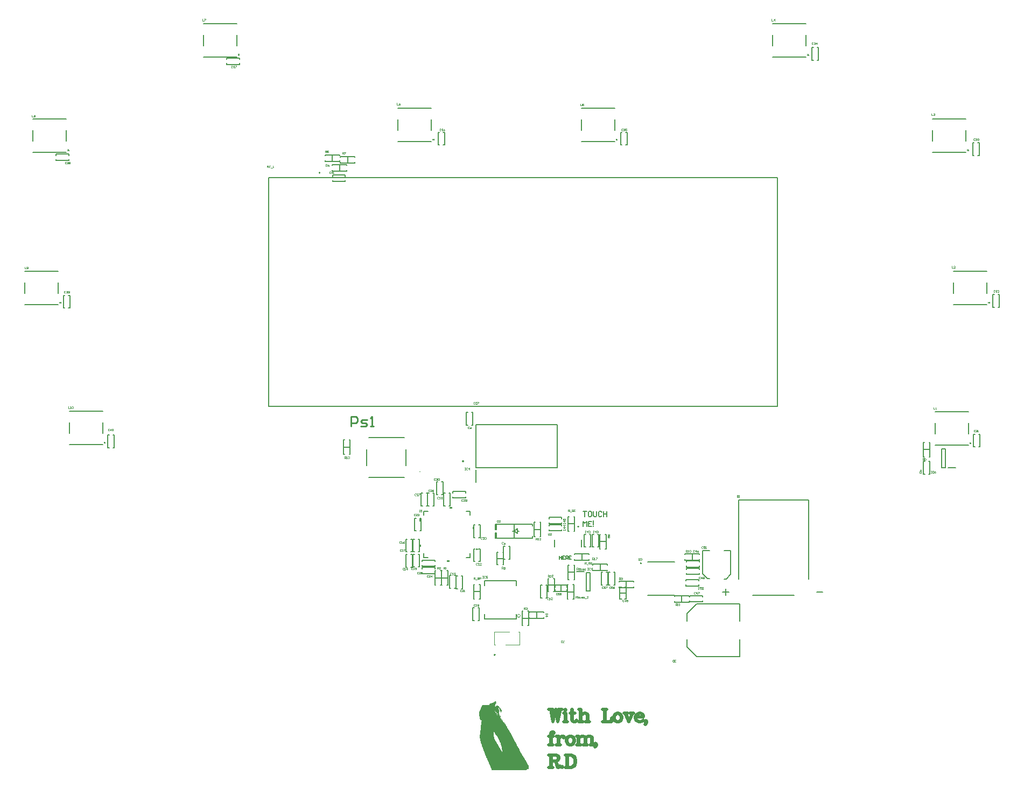
<source format=gto>
G04*
G04 #@! TF.GenerationSoftware,Altium Limited,Altium Designer,25.3.3 (18)*
G04*
G04 Layer_Color=65535*
%FSLAX44Y44*%
%MOMM*%
G71*
G04*
G04 #@! TF.SameCoordinates,03B7C616-348C-440E-9E9C-07167A9097DF*
G04*
G04*
G04 #@! TF.FilePolarity,Positive*
G04*
G01*
G75*
%ADD10C,0.1000*%
%ADD11C,0.2000*%
%ADD12C,0.1524*%
%ADD13C,0.0000*%
%ADD14C,0.1500*%
%ADD15C,0.5000*%
%ADD16C,0.0900*%
%ADD17C,0.2540*%
G36*
X-103934Y487601D02*
X-107744D01*
Y490141D01*
X-103934D01*
Y487601D01*
D02*
G37*
G36*
X-152479Y467056D02*
X-155019D01*
Y470866D01*
X-152479D01*
Y467056D01*
D02*
G37*
G36*
X-68659Y455056D02*
X-71199D01*
Y458866D01*
X-68659D01*
Y455056D01*
D02*
G37*
G36*
X-152479Y427056D02*
X-155019D01*
Y430866D01*
X-152479D01*
Y427056D01*
D02*
G37*
G36*
X-107934Y403781D02*
X-111744D01*
Y406321D01*
X-107934D01*
Y403781D01*
D02*
G37*
G36*
X-35065Y183639D02*
X-34594D01*
Y182697D01*
X-34358D01*
Y182462D01*
X-34594D01*
Y182226D01*
X-34829D01*
Y181991D01*
X-35065D01*
Y181755D01*
X-35300D01*
Y181520D01*
X-34829D01*
Y181755D01*
X-34358D01*
Y181991D01*
X-33887D01*
Y181755D01*
X-34123D01*
Y181284D01*
X-34358D01*
Y181049D01*
X-34829D01*
Y180342D01*
X-35065D01*
Y180578D01*
X-35300D01*
Y179636D01*
X-35536D01*
Y179871D01*
X-35771D01*
Y178694D01*
X-36007D01*
Y177987D01*
X-36242D01*
Y177281D01*
X-36478D01*
Y177045D01*
X-36713D01*
Y176810D01*
X-36478D01*
Y176574D01*
X-36242D01*
Y175868D01*
X-36007D01*
Y176103D01*
X-35771D01*
Y175632D01*
X-35536D01*
Y176103D01*
X-35300D01*
Y176339D01*
X-34829D01*
Y176574D01*
X-34594D01*
Y177045D01*
X-34358D01*
Y177752D01*
X-33652D01*
Y177516D01*
X-32945D01*
Y177281D01*
X-32239D01*
Y177045D01*
X-31532D01*
Y176810D01*
X-31297D01*
Y176574D01*
X-30826D01*
Y176339D01*
X-30354D01*
Y175868D01*
X-30119D01*
Y175632D01*
X-29883D01*
Y175396D01*
X-29648D01*
Y175161D01*
X-29413D01*
Y174925D01*
X-29177D01*
Y174690D01*
X-28942D01*
Y174454D01*
X-28706D01*
Y173983D01*
X-28470D01*
Y173748D01*
X-28235D01*
Y173512D01*
X-27999D01*
Y173041D01*
X-27764D01*
Y172570D01*
X-27528D01*
Y172099D01*
X-27293D01*
Y171864D01*
X-27057D01*
Y171157D01*
X-26822D01*
Y171628D01*
X-26586D01*
Y171157D01*
X-26351D01*
Y170686D01*
X-26115D01*
Y170451D01*
X-25880D01*
Y169509D01*
X-25644D01*
Y168331D01*
X-25880D01*
Y168096D01*
X-26115D01*
Y167860D01*
X-26351D01*
Y167625D01*
X-25880D01*
Y167389D01*
X-26115D01*
Y167154D01*
X-26351D01*
Y166918D01*
X-26586D01*
Y166682D01*
X-27057D01*
Y166447D01*
X-27293D01*
Y166682D01*
X-27528D01*
Y167154D01*
X-27764D01*
Y167860D01*
X-27999D01*
Y168331D01*
X-28235D01*
Y169038D01*
X-28470D01*
Y169744D01*
X-28706D01*
Y170451D01*
X-28942D01*
Y171157D01*
X-29177D01*
Y171864D01*
X-29413D01*
Y172335D01*
X-29648D01*
Y173041D01*
X-29883D01*
Y173512D01*
X-30119D01*
Y173983D01*
X-30354D01*
Y174454D01*
X-30590D01*
Y174925D01*
X-30826D01*
Y175161D01*
X-31297D01*
Y175396D01*
X-31532D01*
Y175161D01*
X-31297D01*
Y174690D01*
X-31061D01*
Y174454D01*
X-30826D01*
Y174219D01*
X-31061D01*
Y173041D01*
X-30826D01*
Y172570D01*
X-30590D01*
Y172335D01*
X-30354D01*
Y172099D01*
X-30590D01*
Y171864D01*
X-30354D01*
Y171393D01*
X-30119D01*
Y170686D01*
X-29883D01*
Y169744D01*
X-29648D01*
Y169273D01*
X-29883D01*
Y168802D01*
X-29648D01*
Y168567D01*
X-29413D01*
Y168331D01*
X-29648D01*
Y167860D01*
X-29883D01*
Y168331D01*
X-30119D01*
Y167860D01*
X-29883D01*
Y167389D01*
X-30119D01*
Y166918D01*
X-29648D01*
Y165976D01*
X-29413D01*
Y165741D01*
X-29177D01*
Y165976D01*
X-28942D01*
Y166211D01*
X-28706D01*
Y165741D01*
X-28942D01*
Y165505D01*
X-29177D01*
Y165270D01*
X-28706D01*
Y165034D01*
X-28470D01*
Y164799D01*
X-28706D01*
Y165034D01*
X-28942D01*
Y164799D01*
X-28706D01*
Y164563D01*
X-28942D01*
Y164799D01*
X-29177D01*
Y164563D01*
X-28942D01*
Y164092D01*
X-28706D01*
Y163621D01*
X-28942D01*
Y163150D01*
X-28706D01*
Y162914D01*
X-28470D01*
Y162679D01*
X-28706D01*
Y162914D01*
X-28942D01*
Y162679D01*
X-29177D01*
Y162208D01*
X-29413D01*
Y162679D01*
X-29648D01*
Y162208D01*
X-29883D01*
Y161737D01*
X-29648D01*
Y161972D01*
X-28706D01*
Y162443D01*
X-28470D01*
Y161266D01*
X-28706D01*
Y161737D01*
X-28942D01*
Y161266D01*
X-28706D01*
Y160795D01*
X-28470D01*
Y161030D01*
X-28235D01*
Y160559D01*
X-27999D01*
Y160324D01*
X-27764D01*
Y160088D01*
X-28470D01*
Y159853D01*
X-28706D01*
Y159617D01*
X-28942D01*
Y159146D01*
X-28706D01*
Y159382D01*
X-28470D01*
Y159617D01*
X-28235D01*
Y159146D01*
D01*
D01*
X-27999D01*
Y158911D01*
X-27764D01*
Y158675D01*
X-27999D01*
Y157969D01*
X-27764D01*
Y157498D01*
X-27528D01*
Y157969D01*
X-27764D01*
Y158440D01*
X-27528D01*
Y157969D01*
X-27293D01*
Y158204D01*
X-27057D01*
Y157733D01*
X-27293D01*
Y157498D01*
X-26822D01*
Y156791D01*
X-26586D01*
Y157027D01*
X-26351D01*
Y156556D01*
X-26115D01*
Y156084D01*
X-25880D01*
Y155378D01*
X-25644D01*
Y155142D01*
X-25880D01*
Y154671D01*
X-26115D01*
Y154436D01*
X-25644D01*
Y154907D01*
X-25409D01*
Y155378D01*
X-25173D01*
Y155142D01*
X-24938D01*
Y154907D01*
X-25173D01*
Y154436D01*
X-24938D01*
Y153258D01*
X-24702D01*
Y153494D01*
X-24231D01*
Y153258D01*
X-24467D01*
Y153023D01*
X-24231D01*
Y152316D01*
X-24467D01*
Y152081D01*
X-23996D01*
Y152787D01*
X-23760D01*
Y152316D01*
X-23525D01*
Y152552D01*
X-23289D01*
Y151845D01*
X-22818D01*
Y151374D01*
X-22347D01*
Y151139D01*
X-22112D01*
Y150432D01*
X-21405D01*
Y150197D01*
X-21170D01*
Y149961D01*
X-20934D01*
Y149255D01*
D01*
D01*
X-20699D01*
Y148548D01*
X-20463D01*
Y149019D01*
X-20227D01*
Y148548D01*
X-19992D01*
Y147842D01*
X-19756D01*
Y146900D01*
X-19521D01*
Y147135D01*
X-19286D01*
Y146664D01*
X-19050D01*
Y145958D01*
X-18815D01*
Y145487D01*
X-18579D01*
Y145015D01*
X-18343D01*
Y144780D01*
X-18108D01*
Y144544D01*
X-17872D01*
Y144073D01*
X-17637D01*
Y143603D01*
X-17401D01*
Y143131D01*
X-17166D01*
Y142896D01*
X-17401D01*
Y142660D01*
X-16930D01*
Y142189D01*
X-16695D01*
Y141954D01*
X-16459D01*
Y141483D01*
X-16224D01*
Y141012D01*
X-15988D01*
Y140776D01*
X-15753D01*
Y140541D01*
X-15517D01*
Y140070D01*
X-15282D01*
Y139599D01*
X-15046D01*
Y139363D01*
X-14811D01*
Y139128D01*
X-14575D01*
Y138657D01*
X-14340D01*
Y138186D01*
X-14104D01*
Y137715D01*
X-13869D01*
Y137244D01*
X-13633D01*
Y137008D01*
X-13398D01*
Y136537D01*
X-13162D01*
Y136302D01*
X-12927D01*
Y135831D01*
X-12691D01*
Y135360D01*
X-12456D01*
Y135124D01*
X-12220D01*
Y134653D01*
X-11985D01*
Y134182D01*
X-11749D01*
Y133711D01*
X-11514D01*
Y133476D01*
X-11278D01*
Y133005D01*
X-11043D01*
Y132533D01*
X-10807D01*
Y131827D01*
X-10572D01*
Y131591D01*
X-10336D01*
Y131120D01*
X-10101D01*
Y130649D01*
X-9865D01*
Y129943D01*
X-9629D01*
Y129707D01*
X-9394D01*
Y129001D01*
X-9158D01*
Y128530D01*
X-8923D01*
Y128059D01*
X-8452D01*
Y127117D01*
X-8217D01*
Y126881D01*
X-7981D01*
Y126410D01*
X-7746D01*
Y126175D01*
X-7510D01*
Y125468D01*
X-7274D01*
Y124997D01*
X-7039D01*
Y124526D01*
X-6803D01*
Y124055D01*
X-6568D01*
Y123820D01*
X-6332D01*
Y123349D01*
X-6097D01*
Y122878D01*
X-5861D01*
Y122406D01*
X-5626D01*
Y122171D01*
X-5390D01*
Y121464D01*
X-5155D01*
Y120993D01*
X-4919D01*
Y120758D01*
X-4684D01*
Y120287D01*
X-4448D01*
Y120051D01*
X-4213D01*
Y119580D01*
X-3977D01*
Y118874D01*
X-3742D01*
Y118403D01*
X-3506D01*
Y117932D01*
X-3271D01*
Y117696D01*
X-3035D01*
Y117225D01*
X-2800D01*
Y116519D01*
X-2564D01*
Y116283D01*
X-2329D01*
Y115812D01*
X-2093D01*
Y115106D01*
X-1858D01*
Y114870D01*
X-1622D01*
Y114164D01*
X-1387D01*
Y113693D01*
X-1151D01*
Y113222D01*
X-916D01*
Y112751D01*
X-680D01*
Y112515D01*
X-445D01*
Y112044D01*
X-209D01*
Y111573D01*
X26D01*
Y111102D01*
X262D01*
Y110631D01*
X497D01*
Y110395D01*
X733D01*
Y110160D01*
X969D01*
Y109689D01*
X1204D01*
Y109453D01*
X1440D01*
Y108982D01*
X1675D01*
Y108747D01*
X1910D01*
Y108040D01*
X2146D01*
Y107569D01*
X2382D01*
Y106863D01*
X2617D01*
Y106392D01*
X2853D01*
Y105921D01*
X3088D01*
Y105450D01*
X3324D01*
Y104979D01*
X3559D01*
Y104508D01*
X3795D01*
Y104272D01*
X4030D01*
Y103801D01*
X4266D01*
Y103330D01*
X4501D01*
Y103095D01*
X4737D01*
Y102624D01*
X4972D01*
Y102153D01*
X5208D01*
Y101917D01*
X5443D01*
Y101446D01*
X5679D01*
Y100975D01*
X5914D01*
Y100504D01*
X6150D01*
Y100033D01*
X6385D01*
Y99562D01*
X6621D01*
Y99326D01*
X6856D01*
Y98855D01*
X7092D01*
Y98620D01*
X7327D01*
Y98149D01*
X7563D01*
Y97913D01*
X7798D01*
Y97678D01*
X8034D01*
Y97207D01*
X8269D01*
Y96971D01*
X8505D01*
Y96500D01*
X8740D01*
Y96265D01*
X8976D01*
Y95794D01*
X9211D01*
Y95323D01*
X9447D01*
Y94852D01*
X9682D01*
Y94616D01*
X9918D01*
Y94145D01*
X10153D01*
Y93674D01*
X10389D01*
Y93439D01*
X10624D01*
Y92968D01*
X10860D01*
Y92497D01*
X11095D01*
Y92025D01*
X11331D01*
Y91554D01*
X11566D01*
Y91083D01*
X11802D01*
Y90848D01*
X12038D01*
Y90377D01*
X12273D01*
Y89906D01*
X12508D01*
Y89670D01*
X12744D01*
Y89199D01*
X12980D01*
Y88728D01*
X13215D01*
Y88493D01*
X13451D01*
Y88022D01*
X13686D01*
Y87551D01*
X13922D01*
Y87080D01*
X14157D01*
Y86844D01*
X14393D01*
Y86373D01*
X14628D01*
Y85902D01*
X14864D01*
Y85431D01*
X15099D01*
Y85196D01*
X15335D01*
Y84725D01*
X15570D01*
Y84254D01*
X15806D01*
Y83783D01*
X16041D01*
Y83312D01*
X16277D01*
Y83076D01*
X16512D01*
Y82605D01*
X16748D01*
Y78130D01*
X16512D01*
Y77895D01*
X15335D01*
Y77659D01*
X14864D01*
Y77424D01*
X14393D01*
Y77188D01*
X14157D01*
Y76953D01*
X13922D01*
Y76717D01*
X13451D01*
Y76482D01*
X13215D01*
Y76246D01*
X12980D01*
Y76011D01*
X12744D01*
Y75775D01*
X-41188D01*
Y76011D01*
X-41424D01*
Y76717D01*
X-41659D01*
Y77188D01*
X-41895D01*
Y77659D01*
X-42130D01*
Y78366D01*
X-42366D01*
Y78837D01*
X-42601D01*
Y79308D01*
X-42837D01*
Y80014D01*
X-43072D01*
Y80485D01*
X-43308D01*
Y81192D01*
X-43543D01*
Y81663D01*
X-43779D01*
Y82369D01*
X-44014D01*
Y82841D01*
X-44250D01*
Y83547D01*
X-44485D01*
Y84018D01*
X-44721D01*
Y84725D01*
X-44956D01*
Y85196D01*
X-45192D01*
Y85902D01*
X-45427D01*
Y86373D01*
X-45663D01*
Y86844D01*
X-45898D01*
Y87315D01*
X-46134D01*
Y88022D01*
X-46369D01*
Y88493D01*
X-46605D01*
Y88964D01*
X-46840D01*
Y89435D01*
X-47076D01*
Y90141D01*
X-47311D01*
Y90612D01*
X-47547D01*
Y91083D01*
X-47782D01*
Y91554D01*
X-48018D01*
Y92025D01*
X-48253D01*
Y92732D01*
X-48489D01*
Y93203D01*
X-48724D01*
Y93674D01*
X-48960D01*
Y94145D01*
X-49195D01*
Y94616D01*
X-49431D01*
Y95087D01*
X-49666D01*
Y95558D01*
X-49902D01*
Y96265D01*
X-50138D01*
Y96736D01*
X-50373D01*
Y97442D01*
X-50609D01*
Y97913D01*
X-50844D01*
Y98384D01*
X-51080D01*
Y98855D01*
X-51315D01*
Y99562D01*
X-51550D01*
Y100033D01*
X-51786D01*
Y100739D01*
X-52022D01*
Y101210D01*
X-52257D01*
Y101917D01*
X-52493D01*
Y102388D01*
X-52728D01*
Y103095D01*
X-52964D01*
Y103566D01*
X-53199D01*
Y104272D01*
X-53435D01*
Y104979D01*
X-53670D01*
Y105685D01*
X-53906D01*
Y106156D01*
X-54141D01*
Y106863D01*
X-54377D01*
Y107569D01*
X-54612D01*
Y108276D01*
X-54848D01*
Y108982D01*
X-55083D01*
Y109689D01*
X-55319D01*
Y110395D01*
X-55554D01*
Y111102D01*
X-55790D01*
Y111573D01*
X-56025D01*
Y112280D01*
X-56261D01*
Y112986D01*
X-56496D01*
Y113457D01*
X-56732D01*
Y114164D01*
X-56967D01*
Y114870D01*
X-57203D01*
Y115577D01*
X-57438D01*
Y116283D01*
X-57674D01*
Y116990D01*
X-57909D01*
Y117696D01*
X-58145D01*
Y118403D01*
X-58380D01*
Y119109D01*
X-58616D01*
Y119816D01*
X-58851D01*
Y120522D01*
X-59087D01*
Y121464D01*
X-59322D01*
Y122406D01*
X-59558D01*
Y123584D01*
X-59794D01*
Y125468D01*
X-60029D01*
Y131827D01*
X-59794D01*
Y134417D01*
X-59558D01*
Y136537D01*
X-59322D01*
Y138892D01*
X-59087D01*
Y141718D01*
X-58851D01*
Y143838D01*
X-58616D01*
Y145487D01*
X-58380D01*
Y146900D01*
X-58145D01*
Y148548D01*
X-57909D01*
Y150197D01*
X-57674D01*
Y152552D01*
X-57438D01*
Y153965D01*
X-57674D01*
Y154200D01*
X-58616D01*
Y154436D01*
X-58851D01*
Y154671D01*
X-59087D01*
Y154907D01*
X-59322D01*
Y155142D01*
X-59558D01*
Y155613D01*
X-59794D01*
Y156084D01*
X-60029D01*
Y156556D01*
X-60265D01*
Y157262D01*
X-60500D01*
Y158675D01*
X-60736D01*
Y160324D01*
X-60971D01*
Y161266D01*
X-61206D01*
Y162208D01*
X-61442D01*
Y163621D01*
X-61677D01*
Y165976D01*
X-61442D01*
Y166682D01*
X-61206D01*
Y167154D01*
X-60971D01*
Y167860D01*
X-60736D01*
Y168331D01*
X-60500D01*
Y169038D01*
X-60265D01*
Y169509D01*
X-60029D01*
Y170215D01*
X-59794D01*
Y170686D01*
X-59558D01*
Y171157D01*
X-59322D01*
Y171864D01*
X-59087D01*
Y172335D01*
X-58851D01*
Y172806D01*
X-58616D01*
Y173277D01*
X-58380D01*
Y173748D01*
X-58145D01*
Y174454D01*
X-57909D01*
Y174925D01*
X-57674D01*
Y175632D01*
X-57438D01*
Y176339D01*
X-57203D01*
Y176810D01*
X-56967D01*
Y177281D01*
X-56732D01*
Y177516D01*
X-56496D01*
Y177752D01*
X-56261D01*
Y177987D01*
X-55790D01*
Y178223D01*
X-55083D01*
Y178458D01*
X-48724D01*
Y178223D01*
X-48018D01*
Y178458D01*
X-47782D01*
Y178223D01*
X-45898D01*
Y178458D01*
X-45663D01*
Y178694D01*
X-45427D01*
Y179165D01*
X-45192D01*
Y179636D01*
X-44956D01*
Y179871D01*
X-44721D01*
Y180107D01*
X-44485D01*
Y180342D01*
X-44250D01*
Y180578D01*
X-44014D01*
Y180813D01*
X-43308D01*
Y181049D01*
X-42130D01*
Y181284D01*
X-40953D01*
Y181520D01*
X-40482D01*
Y181755D01*
X-40010D01*
Y181991D01*
X-39539D01*
Y182226D01*
X-38833D01*
Y182462D01*
X-38597D01*
Y182697D01*
X-38362D01*
Y182933D01*
X-37891D01*
Y183168D01*
X-37655D01*
Y183404D01*
X-37184D01*
Y183639D01*
X-36713D01*
Y183875D01*
X-35065D01*
Y183639D01*
D02*
G37*
G36*
X-25644Y167625D02*
X-25880D01*
Y167860D01*
X-25644D01*
Y167625D01*
D02*
G37*
G36*
X-29413Y167389D02*
Y167154D01*
Y166918D01*
X-29648D01*
Y167625D01*
X-29413D01*
Y167389D01*
D02*
G37*
G36*
X-29177Y166211D02*
X-29413D01*
Y166447D01*
X-29177D01*
Y166211D01*
D02*
G37*
G36*
X-28235Y163856D02*
Y163621D01*
X-28470D01*
Y164092D01*
X-28235D01*
Y163856D01*
D02*
G37*
G36*
X-27764Y160795D02*
X-27999D01*
Y161030D01*
X-27764D01*
Y160795D01*
D02*
G37*
G36*
X-27528Y159617D02*
X-27764D01*
Y159853D01*
X-27528D01*
Y159617D01*
D02*
G37*
G36*
X-27057Y159382D02*
X-27293D01*
Y159617D01*
X-27057D01*
Y159382D01*
D02*
G37*
G36*
X-27764Y159146D02*
X-27999D01*
Y159617D01*
X-27764D01*
Y159146D01*
D02*
G37*
G36*
X-27057Y158911D02*
X-27293D01*
Y159146D01*
X-27057D01*
Y158911D01*
D02*
G37*
G36*
X-27293Y158440D02*
X-27528D01*
Y158675D01*
Y158911D01*
X-27293D01*
Y158440D01*
D02*
G37*
G36*
X-26586Y157498D02*
X-26822D01*
Y157733D01*
Y157969D01*
Y158204D01*
X-26586D01*
Y157498D01*
D02*
G37*
G36*
X-25409Y155613D02*
X-25644D01*
Y156084D01*
X-25409D01*
Y155613D01*
D02*
G37*
%LPC*%
G36*
X-36949Y177752D02*
X-37184D01*
Y177516D01*
X-36949D01*
Y177752D01*
D02*
G37*
G36*
X-36478Y175632D02*
X-36713D01*
Y175396D01*
X-36478D01*
Y175632D01*
D02*
G37*
G36*
X-38597Y174219D02*
X-38833D01*
Y173983D01*
X-38597D01*
Y174219D01*
D02*
G37*
G36*
X-37655Y175868D02*
X-37891D01*
Y175396D01*
X-37655D01*
Y174690D01*
Y174454D01*
Y173748D01*
X-37420D01*
Y173983D01*
X-37184D01*
Y175161D01*
X-37420D01*
Y175632D01*
X-37655D01*
Y175868D01*
D02*
G37*
G36*
X-39539Y173277D02*
X-39775D01*
Y173041D01*
Y172806D01*
X-39539D01*
Y172099D01*
X-39304D01*
Y171864D01*
X-39069D01*
Y172099D01*
X-39304D01*
Y172806D01*
X-39539D01*
Y173277D01*
D02*
G37*
G36*
X-39775Y172099D02*
X-40010D01*
Y171864D01*
X-39775D01*
Y172099D01*
D02*
G37*
G36*
X-30119Y170686D02*
X-30354D01*
Y170451D01*
X-30119D01*
Y170686D01*
D02*
G37*
G36*
X-37891Y170215D02*
X-38126D01*
Y169744D01*
X-37891D01*
Y169509D01*
X-37655D01*
X-37420Y169273D01*
Y169038D01*
X-37184D01*
Y168802D01*
X-36949D01*
Y168567D01*
X-36713D01*
Y169038D01*
X-36949D01*
Y169273D01*
X-37184D01*
Y169509D01*
X-37420D01*
Y169744D01*
X-37655D01*
Y169980D01*
X-37891D01*
Y170215D01*
D02*
G37*
G36*
X-36242Y168802D02*
X-36478D01*
Y168331D01*
X-36242Y168096D01*
X-36007D01*
Y167860D01*
X-36242D01*
Y167625D01*
X-36007D01*
Y167154D01*
X-35771D01*
Y167389D01*
X-35300D01*
Y167625D01*
X-35536D01*
Y167860D01*
X-35771D01*
Y168096D01*
X-36007D01*
Y168331D01*
X-36242D01*
Y168802D01*
D02*
G37*
G36*
X-30119Y166682D02*
X-30354D01*
Y166447D01*
X-30119D01*
Y166682D01*
D02*
G37*
G36*
X-35065Y166447D02*
X-35536D01*
Y166211D01*
X-35300D01*
Y165976D01*
X-35065D01*
Y166447D01*
D02*
G37*
G36*
X-34829Y167389D02*
X-35065D01*
Y167154D01*
X-35536D01*
Y166682D01*
X-35300D01*
Y166918D01*
X-35065D01*
Y166447D01*
X-34829D01*
Y165270D01*
X-35065D01*
Y165505D01*
X-35300D01*
Y165270D01*
X-35065D01*
Y164799D01*
X-34829D01*
Y164563D01*
X-34594D01*
Y164327D01*
X-34358D01*
Y164563D01*
X-34123D01*
Y164799D01*
X-33887D01*
Y164563D01*
X-33652D01*
Y164327D01*
X-33887D01*
Y163856D01*
X-33652D01*
Y164092D01*
X-33416D01*
Y163856D01*
X-33652D01*
Y163385D01*
X-33416D01*
Y162914D01*
X-33181D01*
Y163385D01*
X-33416D01*
Y163621D01*
X-32945D01*
Y164327D01*
X-32710Y164563D01*
Y165270D01*
X-32945D01*
Y164799D01*
Y164563D01*
X-33181D01*
Y165505D01*
X-33416D01*
Y165270D01*
X-33652D01*
Y165976D01*
X-33887D01*
Y166211D01*
X-34123D01*
Y166447D01*
X-34358D01*
Y166682D01*
X-34594D01*
Y167154D01*
X-34829D01*
Y167389D01*
D02*
G37*
G36*
X-35536Y165505D02*
X-35771D01*
Y165270D01*
X-35536D01*
Y165505D01*
D02*
G37*
G36*
X-29413D02*
X-29648D01*
Y164799D01*
X-29413D01*
Y165505D01*
D02*
G37*
G36*
X-30354Y165034D02*
X-30590D01*
Y164799D01*
X-30354D01*
Y165034D01*
D02*
G37*
G36*
X-29883Y164799D02*
X-30119D01*
Y164563D01*
X-29883D01*
Y164799D01*
D02*
G37*
G36*
X-35300Y165034D02*
X-35536D01*
Y164799D01*
X-35300D01*
Y164563D01*
X-35065D01*
Y164799D01*
X-35300D01*
Y165034D01*
D02*
G37*
G36*
X-31532Y164799D02*
X-31768D01*
Y164327D01*
X-31532D01*
Y164799D01*
D02*
G37*
G36*
X-29883Y164327D02*
X-30119D01*
Y164092D01*
X-29883D01*
Y164327D01*
D02*
G37*
G36*
X-32003Y164563D02*
X-32239D01*
Y164092D01*
X-32003D01*
Y164327D01*
Y164563D01*
D02*
G37*
G36*
X-32474Y164327D02*
X-32710D01*
Y164092D01*
X-32474D01*
Y164327D01*
D02*
G37*
G36*
X-35536Y164092D02*
X-35771D01*
Y163856D01*
X-35536D01*
Y164092D01*
D02*
G37*
G36*
X-29177Y164563D02*
X-29648D01*
Y164092D01*
X-29413D01*
Y163621D01*
X-29177D01*
Y164092D01*
X-29413D01*
Y164327D01*
X-29177D01*
Y164563D01*
D02*
G37*
G36*
X-29883Y163621D02*
X-30119D01*
Y163385D01*
X-29883D01*
Y163621D01*
D02*
G37*
G36*
X-34358D02*
X-34594D01*
Y163385D01*
X-34358D01*
Y163621D01*
D02*
G37*
G36*
X-29177Y163385D02*
X-29413D01*
Y162914D01*
X-29177D01*
Y163385D01*
D02*
G37*
G36*
X-29648Y163150D02*
X-29883D01*
Y162914D01*
X-29648D01*
Y163150D01*
D02*
G37*
G36*
X-32710Y163385D02*
X-32945D01*
Y163150D01*
Y162914D01*
X-32710D01*
Y162679D01*
X-32474D01*
Y162914D01*
X-32710D01*
Y163385D01*
D02*
G37*
G36*
X-29883Y162679D02*
X-30119D01*
Y162443D01*
X-29883D01*
Y162679D01*
D02*
G37*
G36*
X-32710D02*
X-32945D01*
Y162443D01*
X-32710D01*
Y162679D01*
D02*
G37*
G36*
Y162208D02*
X-32945D01*
Y161972D01*
X-32710D01*
Y162208D01*
D02*
G37*
G36*
X-33652Y162443D02*
X-33887D01*
Y161972D01*
X-33652D01*
Y162208D01*
Y162443D01*
D02*
G37*
G36*
X-30590Y161972D02*
X-30826D01*
Y161737D01*
X-30590D01*
Y161972D01*
D02*
G37*
G36*
X-31768D02*
X-32003D01*
Y161737D01*
X-31768D01*
Y161972D01*
D02*
G37*
G36*
X-32239D02*
X-32474D01*
Y161737D01*
X-32239D01*
Y161972D01*
D02*
G37*
G36*
X-34829D02*
X-35065D01*
Y161737D01*
X-34829D01*
Y161972D01*
D02*
G37*
G36*
X-33887Y161737D02*
X-34123D01*
Y161501D01*
X-33887D01*
Y161737D01*
D02*
G37*
G36*
X-32945Y161501D02*
X-33181D01*
Y161266D01*
X-32945D01*
Y161501D01*
D02*
G37*
G36*
X-29177Y160795D02*
X-29413D01*
Y160559D01*
X-29177D01*
Y160795D01*
D02*
G37*
G36*
X-32003D02*
X-32239D01*
Y160559D01*
X-32003D01*
Y160795D01*
D02*
G37*
G36*
X-28235Y160559D02*
X-28706D01*
Y160324D01*
X-28235D01*
Y160559D01*
D02*
G37*
G36*
Y159146D02*
X-28470D01*
Y158911D01*
X-28235D01*
Y159146D01*
D01*
D01*
D02*
G37*
G36*
Y158675D02*
X-28706D01*
Y158440D01*
X-28235D01*
Y158675D01*
D02*
G37*
G36*
Y157262D02*
X-28470D01*
Y157027D01*
X-28235D01*
Y157262D01*
D02*
G37*
G36*
X-27764Y157027D02*
X-27999D01*
Y156791D01*
X-27764D01*
Y157027D01*
D02*
G37*
G36*
X-27057Y157262D02*
X-27528D01*
Y157027D01*
X-27293D01*
Y156556D01*
X-27057D01*
Y156320D01*
X-26822D01*
Y156556D01*
X-27057D01*
Y157262D01*
D02*
G37*
G36*
X-26351Y156320D02*
X-26586D01*
Y155849D01*
X-26351D01*
Y156320D01*
D02*
G37*
G36*
X-26115Y155142D02*
X-26351D01*
Y154907D01*
X-26115D01*
Y155142D01*
D02*
G37*
G36*
X-25173Y154436D02*
X-25409D01*
Y154200D01*
X-25173D01*
Y154436D01*
D02*
G37*
G36*
X-24467Y153023D02*
X-24702D01*
Y152552D01*
X-24467D01*
Y153023D01*
D02*
G37*
G36*
X-24702Y152316D02*
X-24938D01*
Y152081D01*
X-24702D01*
Y152316D01*
D02*
G37*
G36*
X-23289Y151845D02*
X-23525D01*
Y151374D01*
X-23289D01*
Y151845D01*
D02*
G37*
G36*
X-23996Y151610D02*
X-24231D01*
Y151374D01*
X-23996D01*
Y151610D01*
D02*
G37*
G36*
X-24467D02*
X-24702D01*
Y151374D01*
X-24467D01*
Y151610D01*
D02*
G37*
G36*
X-22818Y151374D02*
X-23054D01*
Y151139D01*
X-22818D01*
Y151374D01*
D02*
G37*
G36*
X-23525D02*
X-23760D01*
Y151139D01*
X-23525D01*
Y151374D01*
D02*
G37*
G36*
X-21641Y149961D02*
X-21876D01*
Y149726D01*
X-21641D01*
Y149490D01*
X-21405D01*
Y149255D01*
X-21170D01*
Y149019D01*
X-20934D01*
Y149255D01*
D01*
D01*
X-21170D01*
Y149726D01*
X-21641D01*
Y149961D01*
D02*
G37*
G36*
X-21170Y148784D02*
X-21405D01*
Y148548D01*
X-21170D01*
Y148784D01*
D02*
G37*
G36*
X-20227Y148077D02*
X-20463D01*
Y147842D01*
X-20227D01*
Y147606D01*
X-19992D01*
Y147842D01*
X-20227D01*
Y148077D01*
D02*
G37*
G36*
X-18815Y145015D02*
X-19050D01*
Y144780D01*
X-18815D01*
Y145015D01*
D02*
G37*
G36*
X-18343Y144780D02*
X-18579D01*
Y144309D01*
X-18343D01*
Y144780D01*
D02*
G37*
G36*
X-38126Y136066D02*
X-38362D01*
Y134888D01*
X-38126D01*
Y132062D01*
X-38362D01*
Y131120D01*
X-38597D01*
Y129707D01*
X-38362D01*
Y129001D01*
X-38126D01*
Y128059D01*
X-37891D01*
Y127352D01*
X-37655D01*
Y126410D01*
X-37420D01*
Y125939D01*
X-37184D01*
Y125233D01*
X-36949D01*
Y124526D01*
X-36713D01*
Y124055D01*
X-36478D01*
Y123584D01*
X-36242D01*
Y123113D01*
X-36007D01*
Y122642D01*
X-35771D01*
Y122171D01*
X-35536D01*
Y121700D01*
X-35300D01*
Y121229D01*
X-35065D01*
Y120758D01*
X-34829D01*
Y120522D01*
X-34594D01*
Y120051D01*
X-34358D01*
Y119580D01*
X-34123D01*
Y119109D01*
X-33887D01*
Y118874D01*
X-33652D01*
Y118403D01*
X-33416D01*
Y118167D01*
Y117932D01*
X-33181D01*
Y117696D01*
X-32945D01*
Y117225D01*
X-32710D01*
Y116990D01*
X-32474D01*
Y116519D01*
X-32239D01*
Y116283D01*
X-32003D01*
Y115577D01*
X-31768D01*
Y115106D01*
X-31532D01*
Y114870D01*
X-31297D01*
Y114399D01*
X-31061D01*
Y113928D01*
X-30826D01*
Y113693D01*
X-30590D01*
Y113222D01*
X-30354D01*
Y112751D01*
X-30119D01*
Y112515D01*
X-29883D01*
Y112044D01*
X-29648D01*
Y111573D01*
X-29413D01*
Y111337D01*
X-29177D01*
Y110866D01*
X-28942D01*
Y110631D01*
X-28706D01*
Y110160D01*
X-28470D01*
Y109689D01*
X-28235D01*
Y109218D01*
X-27764D01*
Y108747D01*
X-27528D01*
Y108511D01*
X-27293D01*
Y108276D01*
X-27528D01*
Y108040D01*
X-27293D01*
Y107569D01*
X-27057D01*
Y107098D01*
X-26822D01*
Y106627D01*
X-26586D01*
Y106392D01*
X-26351D01*
Y106627D01*
X-26115D01*
Y106156D01*
X-26351D01*
Y105921D01*
X-26115D01*
Y105685D01*
X-25880D01*
Y105214D01*
X-25644D01*
Y104979D01*
X-25409D01*
Y104272D01*
X-24938D01*
Y104979D01*
X-25173D01*
Y105685D01*
X-24938D01*
Y106627D01*
X-25173D01*
Y107805D01*
X-25409D01*
Y109453D01*
X-25644D01*
Y110631D01*
X-25880D01*
Y111808D01*
X-26115D01*
Y112986D01*
X-26351D01*
Y114164D01*
X-26586D01*
Y115106D01*
X-26822D01*
Y115812D01*
X-27057D01*
Y116754D01*
X-27293D01*
Y117461D01*
X-27528D01*
Y118167D01*
X-27764D01*
Y118638D01*
X-27999D01*
Y119345D01*
X-28235D01*
Y119816D01*
X-28470D01*
Y120287D01*
X-28706D01*
Y120758D01*
X-28942D01*
Y121229D01*
X-29177D01*
Y121700D01*
X-29413D01*
Y122171D01*
X-29648D01*
Y122642D01*
X-29883D01*
Y123113D01*
X-30119D01*
Y123584D01*
X-30354D01*
Y124055D01*
X-30590D01*
Y124526D01*
X-30826D01*
Y124997D01*
X-31061D01*
Y125704D01*
X-31297D01*
Y126175D01*
X-31532D01*
Y126881D01*
X-31768D01*
Y127352D01*
X-32003D01*
Y127823D01*
X-32239D01*
Y128294D01*
X-32474D01*
Y128765D01*
X-32710D01*
Y129236D01*
X-32945D01*
Y129472D01*
X-33181D01*
Y129707D01*
X-33416D01*
Y129943D01*
X-33652D01*
Y130178D01*
X-34123D01*
Y130414D01*
X-34358D01*
Y130649D01*
X-34594D01*
Y130885D01*
X-34829D01*
Y131356D01*
X-35065D01*
Y131591D01*
X-35300D01*
Y131827D01*
X-35536D01*
Y132298D01*
X-35771D01*
Y132769D01*
X-36007D01*
Y133005D01*
X-36242D01*
Y133476D01*
X-36478D01*
Y133947D01*
X-36713D01*
Y134417D01*
X-36949D01*
Y134888D01*
X-37184D01*
Y135124D01*
X-37420D01*
Y135360D01*
X-37655D01*
Y135595D01*
X-37891D01*
Y135831D01*
X-38126D01*
Y136066D01*
D02*
G37*
%LPD*%
G36*
X-34594Y166447D02*
X-34829D01*
Y166682D01*
X-34594D01*
Y166447D01*
D02*
G37*
G36*
X-34123Y165505D02*
X-34358D01*
Y165741D01*
X-34123D01*
Y165505D01*
D02*
G37*
G36*
X-33652Y165034D02*
X-33416D01*
Y164563D01*
X-33652D01*
Y164799D01*
X-33887D01*
Y165270D01*
X-33652D01*
Y165034D01*
D02*
G37*
G36*
X-34594D02*
Y164799D01*
X-34358D01*
Y164563D01*
X-34594D01*
Y164799D01*
X-34829D01*
Y165270D01*
X-34594D01*
Y165034D01*
D02*
G37*
G36*
X-33181Y164092D02*
X-33416D01*
Y164327D01*
X-33181D01*
Y164092D01*
D02*
G37*
D10*
X-155010Y545190D02*
G03*
X-154010Y545190I500J0D01*
G01*
D02*
G03*
X-155010Y545190I-500J0D01*
G01*
X-19780Y273210D02*
X2220D01*
Y293210D01*
X220D02*
X2220D01*
X-37780D02*
X-13780D01*
X-37780Y273210D02*
Y293210D01*
Y273210D02*
X-35780D01*
D11*
X-37780Y257210D02*
G03*
X-35780Y257210I1000J0D01*
G01*
D02*
G03*
X-37780Y257210I-1000J0D01*
G01*
X-311420Y1015560D02*
G03*
X-311420Y1015560I-1000J0D01*
G01*
X-176010Y555290D02*
Y580090D01*
X-234910Y598690D02*
X-179110D01*
X-238010Y555290D02*
Y580090D01*
X-234910Y536690D02*
X-179110D01*
X102330Y482927D02*
X107662D01*
X104996D01*
Y474930D01*
X114326Y482927D02*
X111660D01*
X110327Y481594D01*
Y476263D01*
X111660Y474930D01*
X114326D01*
X115659Y476263D01*
Y481594D01*
X114326Y482927D01*
X118325D02*
Y476263D01*
X119658Y474930D01*
X122324D01*
X123656Y476263D01*
Y482927D01*
X131654Y481594D02*
X130321Y482927D01*
X127655D01*
X126322Y481594D01*
Y476263D01*
X127655Y474930D01*
X130321D01*
X131654Y476263D01*
X134320Y482927D02*
Y474930D01*
Y478928D01*
X139651D01*
Y482927D01*
Y474930D01*
X102330Y459200D02*
Y467197D01*
X104996Y464532D01*
X107662Y467197D01*
Y459200D01*
X115659Y467197D02*
X110327D01*
Y459200D01*
X115659D01*
X110327Y463199D02*
X112993D01*
X118325Y461866D02*
Y468530D01*
Y460533D02*
Y459200D01*
D12*
X95427Y458858D02*
G03*
X95427Y458858I-1016J0D01*
G01*
X-85520Y561876D02*
G03*
X-85520Y561876I-1270J0D01*
G01*
D13*
X3481Y318591D02*
G03*
X3481Y318591I-2500J0D01*
G01*
D14*
X346669Y376258D02*
Y501058D01*
X456669D01*
Y376258D02*
Y501058D01*
X321669Y356058D02*
X331669D01*
X326669Y351058D02*
Y361058D01*
X469169Y356058D02*
X479169D01*
X369169Y351058D02*
X434169D01*
X107290Y386610D02*
X113290D01*
Y357610D02*
Y386610D01*
X107290Y357610D02*
X113290D01*
X107290D02*
Y386610D01*
X91790Y388110D02*
X103790D01*
X57452Y427537D02*
Y438445D01*
X99870Y427537D02*
Y438445D01*
X78740Y398780D02*
X80010D01*
X78740Y375920D02*
Y398780D01*
Y375920D02*
X80010D01*
X87630D02*
X88900D01*
Y398780D01*
X87630D02*
X88900D01*
X78740Y387350D02*
X88900D01*
X-66440Y528470D02*
Y547970D01*
X-66540Y551470D02*
X61460D01*
Y619470D01*
X-66540D02*
X61460D01*
X-66540Y551470D02*
Y619470D01*
X-271940Y1010110D02*
Y1012110D01*
X-291940D02*
X-271940D01*
X-291940Y1010110D02*
Y1012110D01*
Y1002110D02*
Y1004110D01*
Y1002110D02*
X-271940D01*
Y1004110D01*
X-392420Y648060D02*
Y1008060D01*
Y648060D02*
X407580D01*
Y1008060D01*
X-392420D02*
X407580D01*
X25400Y454660D02*
X35560D01*
X34290Y466090D02*
X35560D01*
Y443230D02*
Y466090D01*
X34290Y443230D02*
X35560D01*
X25400D02*
X26670D01*
X25400D02*
Y466090D01*
X26670D01*
X22860Y441120D02*
Y444120D01*
X-34290Y441120D02*
X22860D01*
X-34290D02*
Y449580D01*
Y454660D02*
Y463120D01*
X22860D01*
Y460120D02*
Y463120D01*
X-6350Y441120D02*
Y463120D01*
Y452120D02*
X-1270Y448310D01*
X-6350Y452120D02*
X-1270Y455930D01*
X-8890Y452120D02*
X-6350D01*
X-1270D02*
X1270D01*
X-1270Y448310D02*
Y455930D01*
X-35560Y463120D02*
X-34290D01*
X-35560Y454660D02*
Y463120D01*
Y454660D02*
X-34290D01*
X-35560Y441120D02*
X-34290D01*
X-35560D02*
Y449580D01*
X-34290D01*
X-33020Y408940D02*
X-22860D01*
X-24130Y418940D02*
X-22860D01*
Y398940D02*
Y418940D01*
X-24130Y398940D02*
X-22860D01*
X-33020D02*
X-31750D01*
X-33020D02*
Y418940D01*
X-31750D01*
X48420Y460200D02*
Y462200D01*
X68420D01*
Y460200D02*
Y462200D01*
Y452200D02*
Y454200D01*
X48420Y452200D02*
X68420D01*
X48420D02*
Y454200D01*
X-256619Y1040051D02*
Y1041321D01*
X-279479D02*
X-256619D01*
X-279479Y1040051D02*
Y1041321D01*
Y1031161D02*
Y1032431D01*
Y1031161D02*
X-256619D01*
Y1032431D01*
X-268049Y1031161D02*
Y1041321D01*
X-280749Y1042591D02*
Y1043861D01*
X-303609D02*
X-280749D01*
X-303609Y1042591D02*
Y1043861D01*
Y1033701D02*
Y1034971D01*
Y1033701D02*
X-280749D01*
Y1034971D01*
X-292179Y1033701D02*
Y1043861D01*
X-269319Y1018461D02*
Y1019731D01*
X-280749Y1018461D02*
Y1028621D01*
X-269319Y1027351D02*
Y1028621D01*
X-292179D02*
X-269319D01*
X-292179Y1027351D02*
Y1028621D01*
Y1018461D02*
Y1019731D01*
Y1018461D02*
X-269319D01*
X-73200Y638650D02*
X-71200D01*
Y618650D02*
Y638650D01*
X-73200Y618650D02*
X-71200D01*
X-81200D02*
X-79200D01*
X-81200D02*
Y638650D01*
X-79200D01*
X-165020Y395720D02*
X-163020D01*
X-165020D02*
Y415720D01*
X-163020D01*
X-157020D02*
X-155020D01*
Y395720D02*
Y415720D01*
X-157020Y395720D02*
X-155020D01*
X-168450Y395130D02*
X-166450D01*
Y415130D01*
X-168450D02*
X-166450D01*
X-176450D02*
X-174450D01*
X-176450Y395130D02*
Y415130D01*
Y395130D02*
X-174450D01*
X35640Y346870D02*
X37640D01*
X35640D02*
Y366870D01*
X37640D01*
X43640D02*
X45640D01*
Y346870D02*
Y366870D01*
X43640Y346870D02*
X45640D01*
X150320Y387190D02*
X152320D01*
Y367190D02*
Y387190D01*
X150320Y367190D02*
X152320D01*
X142320D02*
X144320D01*
X142320D02*
Y387190D01*
X144320D01*
X138890D02*
X140890D01*
Y367190D02*
Y387190D01*
X138890Y367190D02*
X140890D01*
X130890D02*
X132890D01*
X130890D02*
Y387190D01*
X132890D01*
X128870Y389890D02*
Y400050D01*
X117440Y398780D02*
Y400050D01*
X140300D01*
Y398780D02*
Y400050D01*
Y389890D02*
Y391160D01*
X117440Y389890D02*
X140300D01*
X117440D02*
Y391160D01*
X167100Y345330D02*
X170100D01*
Y363330D01*
X167100D02*
X170100D01*
X160100Y345330D02*
X163100D01*
X160100D02*
Y363330D01*
X163100D01*
X160100Y354330D02*
X170100D01*
X77470Y356270D02*
X87630D01*
X77470Y344840D02*
X78740D01*
X77470D02*
Y367700D01*
X78740D01*
X86360D02*
X87630D01*
Y344840D02*
Y367700D01*
X86360Y344840D02*
X87630D01*
X170180Y363220D02*
Y373380D01*
X158750Y372110D02*
Y373380D01*
X181610D01*
Y372110D02*
Y373380D01*
Y363220D02*
Y364490D01*
X158750Y363220D02*
X181610D01*
X158750D02*
Y364490D01*
X58310Y356950D02*
Y359950D01*
Y356950D02*
X76310D01*
Y359950D01*
X58310Y363950D02*
Y366950D01*
X76310D01*
Y363950D02*
Y366950D01*
X67310Y356950D02*
Y366950D01*
X46990Y367030D02*
X57150D01*
X55880Y377030D02*
X57150D01*
Y357030D02*
Y377030D01*
X55880Y357030D02*
X57150D01*
X46990D02*
X48260D01*
X46990D02*
Y377030D01*
X48260D01*
X265840Y310410D02*
Y322410D01*
X280840Y337410D01*
X265840Y269410D02*
X280840Y254410D01*
X265840Y269410D02*
Y281410D01*
X280840Y337410D02*
X348840D01*
Y310410D02*
Y337410D01*
Y254410D02*
Y281410D01*
X280840Y254410D02*
X348840D01*
X284689Y395361D02*
Y397361D01*
X264689Y395361D02*
X284689D01*
X264689D02*
Y397361D01*
Y403361D02*
Y405361D01*
X284689D01*
Y403361D02*
Y405361D01*
X257140Y340360D02*
Y350520D01*
X268570Y340360D02*
Y341630D01*
X245710Y340360D02*
X268570D01*
X245710D02*
Y341630D01*
Y349250D02*
Y350520D01*
X268570D01*
Y349250D02*
Y350520D01*
X289990Y348440D02*
Y350440D01*
Y340440D02*
Y342440D01*
X269990Y340440D02*
X289990D01*
X269990D02*
Y342440D01*
Y348440D02*
Y350440D01*
X289990D01*
X290420Y421500D02*
X301420D01*
X290420Y384500D02*
Y421500D01*
Y384500D02*
X297920Y377000D01*
X301420D01*
X323536Y421303D02*
X334536D01*
Y384303D02*
Y421303D01*
X327036Y376803D02*
X334536Y384303D01*
X323536Y376803D02*
X327036D01*
X273650Y406400D02*
Y416560D01*
X262220Y415290D02*
Y416560D01*
X285080D01*
Y415290D02*
Y416560D01*
Y406400D02*
Y407670D01*
X262220Y406400D02*
X285080D01*
X262220D02*
Y407670D01*
X284241Y365761D02*
Y367761D01*
X264241Y365761D02*
X284241D01*
X264241D02*
Y367761D01*
Y373761D02*
Y375761D01*
X284241D01*
Y373761D02*
Y375761D01*
X265000Y391620D02*
Y393620D01*
X285000D01*
Y391620D02*
Y393620D01*
Y383620D02*
Y385620D01*
X265000Y383620D02*
X285000D01*
X265000D02*
Y385620D01*
X203502Y350822D02*
X245920D01*
X203502Y403400D02*
X245920D01*
X-61770Y404020D02*
X-59770D01*
Y424020D01*
X-61770D02*
X-59770D01*
X-69770D02*
X-67770D01*
X-69770Y404020D02*
Y424020D01*
Y404020D02*
X-67770D01*
X-14780Y427830D02*
X-12780D01*
Y407830D02*
Y427830D01*
X-14780Y407830D02*
X-12780D01*
X-22780D02*
X-20780D01*
X-22780D02*
Y427830D01*
X-20780D01*
X675790Y551420D02*
X687790D01*
X672290Y551920D02*
Y580920D01*
X666290D02*
X672290D01*
X666290Y551920D02*
Y580920D01*
Y551920D02*
X672290D01*
X645620Y541770D02*
X647620D01*
Y561770D01*
X645620D02*
X647620D01*
X637620D02*
X639620D01*
X637620Y541770D02*
Y561770D01*
Y541770D02*
X639620D01*
X-63119Y311231D02*
X-61119D01*
Y331231D01*
X-63119D02*
X-61119D01*
X-71119D02*
X-69119D01*
X-71119Y311231D02*
Y331231D01*
Y311231D02*
X-69119D01*
X-97268Y361371D02*
X-95268D01*
X-97268D02*
Y381371D01*
X-95268D01*
X-89268D02*
X-87268D01*
Y361371D02*
Y381371D01*
X-89268Y361371D02*
X-87268D01*
X-107870Y362110D02*
X-105870D01*
X-107870D02*
Y382110D01*
X-105870D01*
X-99870D02*
X-97870D01*
Y362110D02*
Y382110D01*
X-99870Y362110D02*
X-97870D01*
X-130810Y389890D02*
X-129540D01*
X-130810Y367030D02*
Y389890D01*
Y367030D02*
X-129540D01*
X-121920D02*
X-120650D01*
Y389890D01*
X-121920D02*
X-120650D01*
X-130810Y378460D02*
X-120650D01*
Y389890D02*
X-119380D01*
X-120650Y367030D02*
Y389890D01*
Y367030D02*
X-119380D01*
X-111760D02*
X-110490D01*
Y389890D01*
X-111760D02*
X-110490D01*
X-120650Y378460D02*
X-110490D01*
X-150970Y384890D02*
Y386890D01*
Y384890D02*
X-130970D01*
Y386890D01*
Y392890D02*
Y394890D01*
X-150970D02*
X-130970D01*
X-150970Y392890D02*
Y394890D01*
Y396320D02*
Y398320D01*
Y396320D02*
X-130970D01*
Y398320D01*
Y404320D02*
Y406320D01*
X-150970D02*
X-130970D01*
X-150970Y404320D02*
Y406320D01*
X-82710Y504270D02*
Y506270D01*
X-102710Y504270D02*
X-82710D01*
X-102710D02*
Y506270D01*
Y512270D02*
Y514270D01*
X-82710D01*
Y512270D02*
Y514270D01*
X-157020Y439260D02*
X-155020D01*
Y419260D02*
Y439260D01*
X-157020Y419260D02*
X-155020D01*
X-165020D02*
X-163020D01*
X-165020D02*
Y439260D01*
X-163020D01*
X-176450Y419260D02*
X-174450D01*
X-176450D02*
Y439260D01*
X-174450D01*
X-168450D02*
X-166450D01*
Y419260D02*
Y439260D01*
X-168450Y419260D02*
X-166450D01*
X-81623Y483283D02*
X-75517D01*
X-148161Y477177D02*
Y483283D01*
Y410639D02*
X-142055D01*
X-75517D02*
Y416745D01*
Y477177D02*
Y483283D01*
X-148161D02*
X-142055D01*
X-148161Y410639D02*
Y416745D01*
X-81623Y410639D02*
X-75517D01*
X-154480Y472280D02*
X-152480D01*
Y452280D02*
Y472280D01*
X-154480Y452280D02*
X-152480D01*
X-162480D02*
X-160480D01*
X-162480D02*
Y472280D01*
X-160480D01*
X-108760Y511650D02*
X-106760D01*
Y491650D02*
Y511650D01*
X-108760Y491650D02*
X-106760D01*
X-116760D02*
X-114760D01*
X-116760D02*
Y511650D01*
X-114760D01*
X-144320D02*
X-142320D01*
Y491650D02*
Y511650D01*
X-144320Y491650D02*
X-142320D01*
X-152320D02*
X-150320D01*
X-152320D02*
Y511650D01*
X-150320D01*
X-134160D02*
X-132160D01*
Y491650D02*
Y511650D01*
X-134160Y491650D02*
X-132160D01*
X-142160D02*
X-140160D01*
X-142160D02*
Y511650D01*
X-140160D01*
X-120190Y529430D02*
X-118190D01*
Y509430D02*
Y529430D01*
X-120190Y509430D02*
X-118190D01*
X-128190D02*
X-126190D01*
X-128190D02*
Y529430D01*
X-126190D01*
X6271Y326311D02*
X7541D01*
X6271Y303451D02*
Y326311D01*
Y303451D02*
X7541D01*
X6271Y314881D02*
X16431D01*
X15161Y303451D02*
X16431D01*
Y326311D01*
X15161D02*
X16431D01*
X17780Y314960D02*
Y316230D01*
Y314960D02*
X40640D01*
Y316230D01*
Y323850D02*
Y325120D01*
X17780D02*
X40640D01*
X17780Y323850D02*
Y325120D01*
X29210Y314960D02*
Y325120D01*
X-69850Y356870D02*
X-59690D01*
X-60960Y368300D02*
X-59690D01*
Y345440D02*
Y368300D01*
X-60960Y345440D02*
X-59690D01*
X-69850D02*
X-68580D01*
X-69850D02*
Y368300D01*
X-68580D01*
X88900Y406400D02*
Y407670D01*
Y406400D02*
X111760D01*
Y407670D01*
Y415290D02*
Y416560D01*
X88900D02*
X111760D01*
X88900Y415290D02*
Y416560D01*
X100330Y406400D02*
Y416560D01*
X128270Y435610D02*
X138430D01*
X137160Y447040D02*
X138430D01*
Y424180D02*
Y447040D01*
X137160Y424180D02*
X138430D01*
X128270D02*
X129540D01*
X128270D02*
Y447040D01*
X129540D01*
X114141Y426801D02*
Y446801D01*
X112141Y426801D02*
X114141D01*
X104141D02*
X106141D01*
X104141D02*
Y446801D01*
X106141D01*
X112141D02*
X114141D01*
X116841Y426801D02*
X118841D01*
X116841D02*
Y446801D01*
X118841D01*
X124841D02*
X126841D01*
Y426801D02*
Y446801D01*
X124841Y426801D02*
X126841D01*
X68420Y463630D02*
Y465630D01*
X48420Y463630D02*
X68420D01*
X48420D02*
Y465630D01*
Y471630D02*
Y473630D01*
X68420D01*
Y471630D02*
Y473630D01*
X-61770Y441530D02*
X-59770D01*
Y461530D01*
X-61770D02*
X-59770D01*
X-69770D02*
X-67770D01*
X-69770Y441530D02*
Y461530D01*
Y441530D02*
X-67770D01*
X78740Y463550D02*
X88900D01*
X78740Y452120D02*
X80010D01*
X78740D02*
Y474980D01*
X80010D01*
X87630D02*
X88900D01*
Y452120D02*
Y474980D01*
X87630Y452120D02*
X88900D01*
X-3019Y314091D02*
Y321591D01*
X-53019Y314091D02*
X-3019D01*
X-53019D02*
Y321591D01*
X-3019Y366591D02*
Y374091D01*
X-53019D02*
X-3019D01*
X-53019Y366591D02*
Y374091D01*
X637540Y580390D02*
X647700D01*
X646430Y591820D02*
X647700D01*
Y568960D02*
Y591820D01*
X646430Y568960D02*
X647700D01*
X637540D02*
X638810D01*
X637540D02*
Y591820D01*
X638810D01*
X724360Y584360D02*
X726360D01*
Y604360D01*
X724360D02*
X726360D01*
X716360D02*
X718360D01*
X716360Y584360D02*
Y604360D01*
Y584360D02*
X718360D01*
X708279Y604936D02*
Y621884D01*
X655701Y587121D02*
X708279D01*
X655701Y604936D02*
Y621884D01*
Y639699D02*
X708279D01*
X754761Y803991D02*
X756761D01*
Y823991D01*
X754761D02*
X756761D01*
X746761D02*
X748761D01*
X746761Y803991D02*
Y823991D01*
Y803991D02*
X748761D01*
X737410Y825717D02*
Y842665D01*
X684832Y807902D02*
X737410D01*
X684832Y825717D02*
Y842665D01*
Y860480D02*
X737410D01*
X723011Y1042751D02*
X725011D01*
Y1062751D01*
X723011D02*
X725011D01*
X715011D02*
X717011D01*
X715011Y1042751D02*
Y1062751D01*
Y1042751D02*
X717011D01*
X651812Y1100480D02*
X704390D01*
X651812Y1065717D02*
Y1082665D01*
Y1047902D02*
X704390D01*
Y1065717D02*
Y1082665D01*
X470281Y1192611D02*
X472281D01*
Y1212611D01*
X470281D02*
X472281D01*
X462281D02*
X464281D01*
X462281Y1192611D02*
Y1212611D01*
Y1192611D02*
X464281D01*
X452930Y1215717D02*
Y1232665D01*
X400352Y1197902D02*
X452930D01*
X400352Y1215717D02*
Y1232665D01*
Y1250480D02*
X452930D01*
X169291Y1059261D02*
X171291D01*
Y1079261D01*
X169291D02*
X171291D01*
X161291D02*
X163291D01*
X161291Y1059261D02*
Y1079261D01*
Y1059261D02*
X163291D01*
X99362Y1064562D02*
X151940D01*
X99362Y1082377D02*
Y1099325D01*
Y1117140D02*
X151940D01*
Y1082377D02*
Y1099325D01*
X-117729Y1059261D02*
X-115729D01*
Y1079261D01*
X-117729D02*
X-115729D01*
X-125729D02*
X-123729D01*
X-125729Y1059261D02*
Y1079261D01*
Y1059261D02*
X-123729D01*
X-136350Y1082377D02*
Y1099325D01*
X-188928Y1064562D02*
X-136350D01*
X-188928Y1082377D02*
Y1099325D01*
Y1117140D02*
X-136350D01*
X-458389Y1186181D02*
Y1188181D01*
Y1186181D02*
X-438389D01*
Y1188181D01*
Y1194181D02*
Y1196181D01*
X-458389D02*
X-438389D01*
X-458389Y1194181D02*
Y1196181D01*
X-442420Y1215727D02*
Y1232675D01*
X-494998Y1197912D02*
X-442420D01*
X-494998Y1215727D02*
Y1232675D01*
Y1250490D02*
X-442420D01*
X-726359Y1035051D02*
Y1037051D01*
Y1035051D02*
X-706359D01*
Y1037051D01*
Y1043051D02*
Y1045051D01*
X-726359D02*
X-706359D01*
X-726359Y1043051D02*
Y1045051D01*
X-710390Y1065717D02*
Y1082665D01*
X-762968Y1047902D02*
X-710390D01*
X-762968Y1065717D02*
Y1082665D01*
Y1100480D02*
X-710390D01*
X-723090Y825717D02*
Y842665D01*
X-775668Y807902D02*
X-723090D01*
X-775668Y825717D02*
Y842665D01*
Y860480D02*
X-723090D01*
X-707009Y802721D02*
X-705009D01*
Y822721D01*
X-707009D02*
X-705009D01*
X-715009D02*
X-713009D01*
X-715009Y802721D02*
Y822721D01*
Y802721D02*
X-713009D01*
X-653240Y605717D02*
Y622665D01*
X-705818Y587902D02*
X-653240D01*
X-705818Y605717D02*
Y622665D01*
Y640480D02*
X-653240D01*
X-265430Y572770D02*
X-264160D01*
Y595630D01*
X-265430D02*
X-264160D01*
X-274320D02*
X-273050D01*
X-274320Y572770D02*
Y595630D01*
Y572770D02*
X-273050D01*
X-274320Y584200D02*
X-264160D01*
X-645159Y583011D02*
X-643159D01*
X-645159D02*
Y603011D01*
X-643159D01*
X-637159D02*
X-635159D01*
Y583011D02*
Y603011D01*
X-637159Y583011D02*
X-635159D01*
X65000Y412898D02*
Y407900D01*
Y410399D01*
X68332D01*
Y412898D01*
Y407900D01*
X73331Y412898D02*
X69998D01*
Y407900D01*
X73331D01*
X69998Y410399D02*
X71664D01*
X74997Y407900D02*
Y412898D01*
X77496D01*
X78329Y412065D01*
Y410399D01*
X77496Y409566D01*
X74997D01*
X76663D02*
X78329Y407900D01*
X83327Y412898D02*
X79995D01*
Y407900D01*
X83327D01*
X79995Y410399D02*
X81661D01*
D15*
X51037Y171915D02*
X54845Y151920D01*
X51989Y171915D02*
X54845Y156681D01*
X58654Y171915D02*
X54845Y151920D01*
X58654Y171915D02*
X62463Y151920D01*
X59606Y171915D02*
X62463Y156681D01*
X66271Y171915D02*
X62463Y151920D01*
X48180Y171915D02*
X54845D01*
X63415D02*
X69128D01*
X74174D02*
X73222Y170963D01*
X74174Y170011D01*
X75127Y170963D01*
X74174Y171915D01*
Y165250D02*
Y151920D01*
X75127Y165250D02*
Y151920D01*
X71318Y165250D02*
X75127D01*
X71318Y151920D02*
X77983D01*
X87315D02*
X86362Y152872D01*
X85410Y155728D01*
Y171915D01*
X84458D01*
Y155728D01*
X85410Y152872D01*
X87315Y151920D01*
X89219D01*
X91123Y152872D01*
X92075Y154776D01*
X81601Y165250D02*
X89219D01*
X98169Y171915D02*
Y151920D01*
X99122Y171915D02*
Y151920D01*
Y162394D02*
X101026Y164298D01*
X103882Y165250D01*
X105787D01*
X108643Y164298D01*
X109595Y162394D01*
Y151920D01*
X105787Y165250D02*
X107691Y164298D01*
X108643Y162394D01*
Y151920D01*
X95313Y171915D02*
X99122D01*
X95313Y151920D02*
X101978D01*
X105787D02*
X112452D01*
X135876Y171915D02*
Y151920D01*
X136828Y171915D02*
Y151920D01*
X133019Y171915D02*
X139684D01*
X133019Y151920D02*
X147302D01*
Y157633D01*
X146349Y151920D01*
X155871Y165250D02*
X153015Y164298D01*
X151110Y162394D01*
X150158Y159537D01*
Y157633D01*
X151110Y154776D01*
X153015Y152872D01*
X155871Y151920D01*
X157776D01*
X160632Y152872D01*
X162537Y154776D01*
X163489Y157633D01*
Y159537D01*
X162537Y162394D01*
X160632Y164298D01*
X157776Y165250D01*
X155871D01*
X153967Y164298D01*
X152063Y162394D01*
X151110Y159537D01*
Y157633D01*
X152063Y154776D01*
X153967Y152872D01*
X155871Y151920D01*
X157776D02*
X159680Y152872D01*
X161584Y154776D01*
X162537Y157633D01*
Y159537D01*
X161584Y162394D01*
X159680Y164298D01*
X157776Y165250D01*
X168345D02*
X174058Y151920D01*
X169297Y165250D02*
X174058Y153824D01*
X179771Y165250D02*
X174058Y151920D01*
X166440Y165250D02*
X172153D01*
X175962D02*
X181675D01*
X185389Y159537D02*
X196815D01*
Y161441D01*
X195863Y163346D01*
X194911Y164298D01*
X193006Y165250D01*
X190150D01*
X187293Y164298D01*
X185389Y162394D01*
X184437Y159537D01*
Y157633D01*
X185389Y154776D01*
X187293Y152872D01*
X190150Y151920D01*
X192054D01*
X194911Y152872D01*
X196815Y154776D01*
X195863Y159537D02*
Y162394D01*
X194911Y164298D01*
X190150Y165250D02*
X188245Y164298D01*
X186341Y162394D01*
X185389Y159537D01*
Y157633D01*
X186341Y154776D01*
X188245Y152872D01*
X190150Y151920D01*
X200814D02*
X199862Y152872D01*
X200814Y153824D01*
X201766Y152872D01*
Y150968D01*
X200814Y149063D01*
X199862Y148111D01*
X55797Y134968D02*
X54845Y134016D01*
X55797Y133064D01*
X56750Y134016D01*
Y134968D01*
X55797Y135921D01*
X53893D01*
X51989Y134968D01*
X51037Y133064D01*
Y115925D01*
X53893Y135921D02*
X52941Y134968D01*
X51989Y133064D01*
Y115925D01*
X48180Y129255D02*
X55797D01*
X48180Y115925D02*
X54845D01*
X63034Y129255D02*
Y115925D01*
X63986Y129255D02*
Y115925D01*
Y123542D02*
X64938Y126399D01*
X66843Y128303D01*
X68747Y129255D01*
X71604D01*
X72556Y128303D01*
Y127351D01*
X71604Y126399D01*
X70651Y127351D01*
X71604Y128303D01*
X60177Y129255D02*
X63986D01*
X60177Y115925D02*
X66843D01*
X81316Y129255D02*
X78459Y128303D01*
X76555Y126399D01*
X75603Y123542D01*
Y121638D01*
X76555Y118781D01*
X78459Y116877D01*
X81316Y115925D01*
X83220D01*
X86077Y116877D01*
X87981Y118781D01*
X88933Y121638D01*
Y123542D01*
X87981Y126399D01*
X86077Y128303D01*
X83220Y129255D01*
X81316D01*
X79411Y128303D01*
X77507Y126399D01*
X76555Y123542D01*
Y121638D01*
X77507Y118781D01*
X79411Y116877D01*
X81316Y115925D01*
X83220D02*
X85125Y116877D01*
X87029Y118781D01*
X87981Y121638D01*
Y123542D01*
X87029Y126399D01*
X85125Y128303D01*
X83220Y129255D01*
X94741D02*
Y115925D01*
X95694Y129255D02*
Y115925D01*
Y126399D02*
X97598Y128303D01*
X100455Y129255D01*
X102359D01*
X105215Y128303D01*
X106168Y126399D01*
Y115925D01*
X102359Y129255D02*
X104263Y128303D01*
X105215Y126399D01*
Y115925D01*
X106168Y126399D02*
X108072Y128303D01*
X110928Y129255D01*
X112833D01*
X115689Y128303D01*
X116642Y126399D01*
Y115925D01*
X112833Y129255D02*
X114737Y128303D01*
X115689Y126399D01*
Y115925D01*
X91885Y129255D02*
X95694D01*
X91885Y115925D02*
X98550D01*
X102359D02*
X109024D01*
X112833D02*
X119498D01*
X121974D02*
X121022Y116877D01*
X121974Y117829D01*
X122926Y116877D01*
Y114973D01*
X121974Y113068D01*
X121022Y112116D01*
X51037Y99926D02*
Y79930D01*
X51989Y99926D02*
Y79930D01*
X48180Y99926D02*
X59606D01*
X62463Y98974D01*
X63415Y98021D01*
X64367Y96117D01*
Y94213D01*
X63415Y92308D01*
X62463Y91356D01*
X59606Y90404D01*
X51989D01*
X59606Y99926D02*
X61511Y98974D01*
X62463Y98021D01*
X63415Y96117D01*
Y94213D01*
X62463Y92308D01*
X61511Y91356D01*
X59606Y90404D01*
X48180Y79930D02*
X54845D01*
X56750Y90404D02*
X58654Y89452D01*
X59606Y88500D01*
X62463Y81834D01*
X63415Y80882D01*
X64367D01*
X65319Y81834D01*
X58654Y89452D02*
X59606Y87547D01*
X61511Y80882D01*
X62463Y79930D01*
X64367D01*
X65319Y81834D01*
Y82787D01*
X68842Y81834D02*
X67890Y80882D01*
X68842Y79930D01*
X69794Y80882D01*
X68842Y81834D01*
X76745Y99926D02*
Y79930D01*
X77698Y99926D02*
Y79930D01*
X73889Y99926D02*
X83411D01*
X86267Y98974D01*
X88172Y97069D01*
X89124Y95165D01*
X90076Y92308D01*
Y87547D01*
X89124Y84691D01*
X88172Y82787D01*
X86267Y80882D01*
X83411Y79930D01*
X73889D01*
X83411Y99926D02*
X85315Y98974D01*
X87219Y97069D01*
X88172Y95165D01*
X89124Y92308D01*
Y87547D01*
X88172Y84691D01*
X87219Y82787D01*
X85315Y80882D01*
X83411Y79930D01*
D16*
X346069Y507648D02*
X345569Y508148D01*
X344570D01*
X344070Y507648D01*
Y507148D01*
X344570Y506648D01*
X345569D01*
X346069Y506148D01*
Y505648D01*
X345569Y505148D01*
X344570D01*
X344070Y505648D01*
X347069Y505148D02*
X348069D01*
X347569D01*
Y508148D01*
X347069Y507648D01*
X191754Y402978D02*
X193754Y400979D01*
X191754D02*
X193754Y402978D01*
X191754Y401978D02*
X193754D01*
X192754Y400979D02*
Y402978D01*
X-64214Y422812D02*
X-66213Y424811D01*
X-64214D02*
X-66213Y422812D01*
X-64214Y423811D02*
X-66213D01*
X-65214Y424811D02*
Y422812D01*
X712089Y589712D02*
X710090Y591711D01*
X712089D02*
X710090Y589712D01*
X712089Y590712D02*
X710090D01*
X711089Y591711D02*
Y589712D01*
X741220Y810493D02*
X739221Y812492D01*
X741220D02*
X739221Y810493D01*
X741220Y811492D02*
X739221D01*
X740220Y812492D02*
Y810493D01*
X708200Y1050493D02*
X706201Y1052492D01*
X708200D02*
X706201Y1050493D01*
X708200Y1051492D02*
X706201D01*
X707200Y1052492D02*
Y1050493D01*
X456740Y1200493D02*
X454741Y1202492D01*
X456740D02*
X454741Y1200493D01*
X456740Y1201492D02*
X454741D01*
X455740Y1202492D02*
Y1200493D01*
X155750Y1067153D02*
X153751Y1069152D01*
X155750D02*
X153751Y1067153D01*
X155750Y1068152D02*
X153751D01*
X154750Y1069152D02*
Y1067153D01*
X-132540D02*
X-134539Y1069152D01*
X-132540D02*
X-134539Y1067153D01*
X-132540Y1068152D02*
X-134539D01*
X-133540Y1069152D02*
Y1067153D01*
X-438610Y1200503D02*
X-440609Y1202502D01*
X-438610D02*
X-440609Y1200503D01*
X-438610Y1201503D02*
X-440609D01*
X-439610Y1202502D02*
Y1200503D01*
X-706580Y1050493D02*
X-708579Y1052492D01*
X-706580D02*
X-708579Y1050493D01*
X-706580Y1051492D02*
X-708579D01*
X-707580Y1052492D02*
Y1050493D01*
X-719280Y810493D02*
X-721279Y812492D01*
X-719280D02*
X-721279Y810493D01*
X-719280Y811492D02*
X-721279D01*
X-720280Y812492D02*
Y810493D01*
X-649430Y590493D02*
X-651429Y592492D01*
X-649430D02*
X-651429Y590493D01*
X-649430Y591493D02*
X-651429D01*
X-650430Y592492D02*
Y590493D01*
X-69929Y654684D02*
X-68929D01*
X-69429D01*
Y651685D01*
X-69929D01*
X-68929D01*
X-65430Y654184D02*
X-65930Y654684D01*
X-66930D01*
X-67430Y654184D01*
Y652185D01*
X-66930Y651685D01*
X-65930D01*
X-65430Y652185D01*
X-64431Y654684D02*
X-62431D01*
Y654184D01*
X-64431Y652185D01*
Y651685D01*
X-392796Y1026548D02*
X-393296Y1027048D01*
X-394295D01*
X-394795Y1026548D01*
Y1026048D01*
X-394295Y1025548D01*
X-393296D01*
X-392796Y1025049D01*
Y1024549D01*
X-393296Y1024049D01*
X-394295D01*
X-394795Y1024549D01*
X-389797Y1026548D02*
X-390296Y1027048D01*
X-391296D01*
X-391796Y1026548D01*
Y1024549D01*
X-391296Y1024049D01*
X-390296D01*
X-389797Y1024549D01*
X-388797Y1023549D02*
X-386798D01*
X-385798Y1024049D02*
X-384798D01*
X-385298D01*
Y1027048D01*
X-385798Y1026548D01*
X-25359Y392700D02*
Y395699D01*
X-23860D01*
X-23360Y395200D01*
Y394200D01*
X-23860Y393700D01*
X-25359D01*
X-24360D02*
X-23360Y392700D01*
X-22360Y391701D02*
Y394700D01*
X-20861D01*
X-20361Y394200D01*
Y393200D01*
X-20861Y392700D01*
X-22360D01*
X46801Y380000D02*
Y382999D01*
X48301D01*
X48801Y382500D01*
Y381500D01*
X48301Y381000D01*
X46801D01*
X47801D02*
X48801Y380000D01*
X49800Y379001D02*
Y382000D01*
X51300D01*
X51800Y381500D01*
Y380500D01*
X51300Y380000D01*
X49800D01*
X54799D02*
X52799D01*
X54799Y382000D01*
Y382500D01*
X54299Y382999D01*
X53299D01*
X52799Y382500D01*
X92312Y390930D02*
Y393929D01*
X93812D01*
X94312Y393430D01*
Y392430D01*
X93812Y391930D01*
X92312D01*
X93312D02*
X94312Y390930D01*
X95311Y393929D02*
Y390930D01*
X96811D01*
X97311Y391430D01*
Y391930D01*
Y392430D01*
X96811Y392930D01*
X95311D01*
X98310Y390930D02*
X99310D01*
X98810D01*
Y392930D01*
X98310D01*
X101309D02*
X102309D01*
X102809Y392430D01*
Y390930D01*
X101309D01*
X100809Y391430D01*
X101309Y391930D01*
X102809D01*
X103808Y390930D02*
X105308D01*
X105808Y391430D01*
X105308Y391930D01*
X104308D01*
X103808Y392430D01*
X104308Y392930D01*
X105808D01*
X90583Y346730D02*
Y349729D01*
X92083D01*
X92583Y349230D01*
Y348230D01*
X92083Y347730D01*
X90583D01*
X91583D02*
X92583Y346730D01*
X93582Y349729D02*
Y346730D01*
X95082D01*
X95582Y347230D01*
Y347730D01*
Y348230D01*
X95082Y348730D01*
X93582D01*
X96581Y346730D02*
X97581D01*
X97081D01*
Y348730D01*
X96581D01*
X99580D02*
X100580D01*
X101080Y348230D01*
Y346730D01*
X99580D01*
X99080Y347230D01*
X99580Y347730D01*
X101080D01*
X102079Y346730D02*
X103579D01*
X104079Y347230D01*
X103579Y347730D01*
X102579D01*
X102079Y348230D01*
X102579Y348730D01*
X104079D01*
X105078Y346231D02*
X107078D01*
X110077Y346730D02*
X108077D01*
X110077Y348730D01*
Y349230D01*
X109577Y349729D01*
X108577D01*
X108077Y349230D01*
X116761Y407083D02*
Y410082D01*
X118260D01*
X118760Y409582D01*
Y408582D01*
X118260Y408083D01*
X116761D01*
X117761D02*
X118760Y407083D01*
X119760D02*
X120760D01*
X120260D01*
Y410082D01*
X119760Y409582D01*
X122259Y410082D02*
X124259D01*
Y409582D01*
X122259Y407583D01*
Y407083D01*
X109281Y393929D02*
X110281D01*
X109781D01*
Y390930D01*
X109281D01*
X110281D01*
X113780Y393430D02*
X113280Y393929D01*
X112280D01*
X111780Y393430D01*
Y391430D01*
X112280Y390930D01*
X113280D01*
X113780Y391430D01*
X114779Y393430D02*
X115279Y393929D01*
X116279D01*
X116779Y393430D01*
Y392930D01*
X116279Y392430D01*
X116779Y391930D01*
Y391430D01*
X116279Y390930D01*
X115279D01*
X114779Y391430D01*
Y391930D01*
X115279Y392430D01*
X114779Y392930D01*
Y393430D01*
X115279Y392430D02*
X116279D01*
X-23360Y433979D02*
X-23860Y434479D01*
X-24859D01*
X-25359Y433979D01*
Y431980D01*
X-24859Y431480D01*
X-23860D01*
X-23360Y431980D01*
X-22360Y430481D02*
Y433480D01*
X-20861D01*
X-20361Y432980D01*
Y431980D01*
X-20861Y431480D01*
X-22360D01*
X47531Y346940D02*
X47031Y347439D01*
X46031D01*
X45531Y346940D01*
Y344940D01*
X46031Y344440D01*
X47031D01*
X47531Y344940D01*
X48530Y343441D02*
Y346440D01*
X50030D01*
X50530Y345940D01*
Y344940D01*
X50030Y344440D01*
X48530D01*
X53529D02*
X51529D01*
X53529Y346440D01*
Y346940D01*
X53029Y347439D01*
X52029D01*
X51529Y346940D01*
X133891Y364220D02*
X133391Y364720D01*
X132391D01*
X131891Y364220D01*
Y362220D01*
X132391Y361721D01*
X133391D01*
X133891Y362220D01*
X136890Y364720D02*
X134890D01*
Y363220D01*
X135890Y363720D01*
X136390D01*
X136890Y363220D01*
Y362220D01*
X136390Y361721D01*
X135390D01*
X134890Y362220D01*
X137889Y364720D02*
X139889D01*
Y364220D01*
X137889Y362220D01*
Y361721D01*
X145321Y364220D02*
X144821Y364720D01*
X143821D01*
X143321Y364220D01*
Y362220D01*
X143821Y361721D01*
X144821D01*
X145321Y362220D01*
X148320Y364720D02*
X146320D01*
Y363220D01*
X147320Y363720D01*
X147820D01*
X148320Y363220D01*
Y362220D01*
X147820Y361721D01*
X146820D01*
X146320Y362220D01*
X151319Y364720D02*
X150319Y364220D01*
X149319Y363220D01*
Y362220D01*
X149819Y361721D01*
X150819D01*
X151319Y362220D01*
Y362720D01*
X150819Y363220D01*
X149319D01*
X61501Y354060D02*
X61001Y354560D01*
X60001D01*
X59501Y354060D01*
Y352060D01*
X60001Y351561D01*
X61001D01*
X61501Y352060D01*
X64500Y354560D02*
X62500D01*
Y353060D01*
X63500Y353560D01*
X64000D01*
X64500Y353060D01*
Y352060D01*
X64000Y351561D01*
X63000D01*
X62500Y352060D01*
X67499Y354560D02*
X65499D01*
Y353060D01*
X66499Y353560D01*
X66999D01*
X67499Y353060D01*
Y352060D01*
X66999Y351561D01*
X65999D01*
X65499Y352060D01*
X-76700Y615680D02*
X-77200Y616180D01*
X-78199D01*
X-78699Y615680D01*
Y613680D01*
X-78199Y613181D01*
X-77200D01*
X-76700Y613680D01*
X-75700Y613181D02*
X-74201D01*
X-73701Y613680D01*
X-74201Y614180D01*
X-75200D01*
X-75700Y614680D01*
X-75200Y615180D01*
X-73701D01*
X631460Y544920D02*
X630961Y544420D01*
Y543421D01*
X631460Y542921D01*
X633460D01*
X633960Y543421D01*
Y544420D01*
X633460Y544920D01*
X630961Y545920D02*
X633960D01*
Y547419D01*
X633460Y547919D01*
X632960D01*
X632460D01*
X631960Y547419D01*
Y545920D01*
X636311Y563651D02*
Y566650D01*
X637810D01*
X638310Y566150D01*
Y565150D01*
X637810Y564650D01*
X636311D01*
X637310D02*
X638310Y563651D01*
X639310Y566650D02*
Y563651D01*
X640809D01*
X641309Y564150D01*
Y564650D01*
Y565150D01*
X640809Y565650D01*
X639310D01*
X104992Y400070D02*
Y403069D01*
X106491D01*
X106991Y402570D01*
Y401570D01*
X106491Y401070D01*
X104992D01*
X105991D02*
X106991Y400070D01*
X107991Y399571D02*
X109990D01*
X112989Y402570D02*
X112489Y403069D01*
X111490D01*
X110990Y402570D01*
Y402070D01*
X111490Y401570D01*
X112489D01*
X112989Y401070D01*
Y400570D01*
X112489Y400070D01*
X111490D01*
X110990Y400570D01*
X113989Y403069D02*
Y400070D01*
X115488D01*
X115988Y400570D01*
Y402570D01*
X115488Y403069D01*
X113989D01*
X78661Y482775D02*
Y485774D01*
X80161D01*
X80660Y485274D01*
Y484274D01*
X80161Y483775D01*
X78661D01*
X79661D02*
X80660Y482775D01*
X81660Y482275D02*
X83659D01*
X86658Y485274D02*
X86159Y485774D01*
X85159D01*
X84659Y485274D01*
Y484774D01*
X85159Y484274D01*
X86159D01*
X86658Y483775D01*
Y483275D01*
X86159Y482775D01*
X85159D01*
X84659Y483275D01*
X89657Y485274D02*
X89158Y485774D01*
X88158D01*
X87658Y485274D01*
Y483275D01*
X88158Y482775D01*
X89158D01*
X89657Y483275D01*
X-69929Y376095D02*
Y379094D01*
X-68429D01*
X-67930Y378594D01*
Y377594D01*
X-68429Y377095D01*
X-69929D01*
X-68929D02*
X-67930Y376095D01*
X-66930Y375595D02*
X-64931D01*
X-61932Y376595D02*
Y378594D01*
X-62431Y379094D01*
X-63431D01*
X-63931Y378594D01*
Y376595D01*
X-63431Y376095D01*
X-62431D01*
X-62931Y377095D02*
X-61932Y376095D01*
X-62431D02*
X-61932Y376595D01*
X-60932Y376095D02*
Y379094D01*
X-59432D01*
X-58932Y378594D01*
Y377594D01*
X-59432Y377095D01*
X-60932D01*
X649031Y546329D02*
X650031D01*
X649531D01*
Y543330D01*
X649031D01*
X650031D01*
X653530Y545830D02*
X653030Y546329D01*
X652030D01*
X651530Y545830D01*
Y543830D01*
X652030Y543330D01*
X653030D01*
X653530Y543830D01*
X656529Y546329D02*
X655529Y545830D01*
X654529Y544830D01*
Y543830D01*
X655029Y543330D01*
X656029D01*
X656529Y543830D01*
Y544330D01*
X656029Y544830D01*
X654529D01*
X244610Y248650D02*
X244110Y249149D01*
X243111D01*
X242611Y248650D01*
Y246650D01*
X243111Y246150D01*
X244110D01*
X244610Y246650D01*
X247609Y249149D02*
X245610D01*
Y246150D01*
X247609D01*
X245610Y247650D02*
X246609D01*
X-162019Y478520D02*
X-162519Y479020D01*
X-163519D01*
X-164019Y478520D01*
Y476520D01*
X-163519Y476021D01*
X-162519D01*
X-162019Y476520D01*
X-159020Y476021D02*
X-161020D01*
X-159020Y478020D01*
Y478520D01*
X-159520Y479020D01*
X-160520D01*
X-161020Y478520D01*
X-158021D02*
X-157521Y479020D01*
X-156521D01*
X-156021Y478520D01*
Y478020D01*
X-156521Y477520D01*
X-157021D01*
X-156521D01*
X-156021Y477020D01*
Y476520D01*
X-156521Y476021D01*
X-157521D01*
X-158021Y476520D01*
X28001Y437920D02*
Y440919D01*
X29501D01*
X30001Y440420D01*
Y439420D01*
X29501Y438920D01*
X28001D01*
X29001D02*
X30001Y437920D01*
X31000D02*
X32000D01*
X31500D01*
Y440919D01*
X31000Y440420D01*
X35499Y437920D02*
X33499D01*
X35499Y439920D01*
Y440420D01*
X34999Y440919D01*
X33999D01*
X33499Y440420D01*
X189192Y409090D02*
Y406591D01*
X189692Y406091D01*
X190691D01*
X191191Y406591D01*
Y409090D01*
X192191Y408591D02*
X192691Y409090D01*
X193690D01*
X194190Y408591D01*
Y408091D01*
X193690Y407591D01*
X193190D01*
X193690D01*
X194190Y407091D01*
Y406591D01*
X193690Y406091D01*
X192691D01*
X192191Y406591D01*
X47031Y448540D02*
Y446040D01*
X47531Y445541D01*
X48530D01*
X49030Y446040D01*
Y448540D01*
X52029Y445541D02*
X50030D01*
X52029Y447540D01*
Y448040D01*
X51529Y448540D01*
X50530D01*
X50030Y448040D01*
X-155669Y485369D02*
Y482870D01*
X-155169Y482370D01*
X-154170D01*
X-153670Y482870D01*
Y485369D01*
X-152670Y482370D02*
X-151671D01*
X-152170D01*
Y485369D01*
X-152670Y484870D01*
X-272989Y566190D02*
Y569189D01*
X-271489D01*
X-270989Y568690D01*
Y567690D01*
X-271489Y567190D01*
X-272989D01*
X-271989D02*
X-270989Y566190D01*
X-269990D02*
X-268990D01*
X-269490D01*
Y569189D01*
X-269990Y568690D01*
X-267491D02*
X-266991Y569189D01*
X-265991D01*
X-265491Y568690D01*
Y568190D01*
X-265991Y567690D01*
X-266491D01*
X-265991D01*
X-265491Y567190D01*
Y566690D01*
X-265991Y566190D01*
X-266991D01*
X-267491Y566690D01*
X247541Y335051D02*
Y338050D01*
X249041D01*
X249540Y337550D01*
Y336550D01*
X249041Y336050D01*
X247541D01*
X248541D02*
X249540Y335051D01*
X250540D02*
X251540D01*
X251040D01*
Y338050D01*
X250540Y337550D01*
X253039Y335051D02*
X254039D01*
X253539D01*
Y338050D01*
X253039Y337550D01*
X263551Y418871D02*
Y421870D01*
X265051D01*
X265551Y421370D01*
Y420370D01*
X265051Y419870D01*
X263551D01*
X264551D02*
X265551Y418871D01*
X266550D02*
X267550D01*
X267050D01*
Y421870D01*
X266550Y421370D01*
X269049D02*
X269549Y421870D01*
X270549D01*
X271049Y421370D01*
Y419370D01*
X270549Y418871D01*
X269549D01*
X269049Y419370D01*
Y421370D01*
X158791Y375690D02*
Y378689D01*
X160290D01*
X160790Y378190D01*
Y377190D01*
X160290Y376690D01*
X158791D01*
X159790D02*
X160790Y375690D01*
X161790Y376190D02*
X162290Y375690D01*
X163289D01*
X163789Y376190D01*
Y378190D01*
X163289Y378689D01*
X162290D01*
X161790Y378190D01*
Y377690D01*
X162290Y377190D01*
X163789D01*
X140740Y446999D02*
X143740D01*
Y445500D01*
X143240Y445000D01*
X142240D01*
X141740Y445500D01*
Y446999D01*
Y445999D02*
X140740Y445000D01*
X143240Y444000D02*
X143740Y443500D01*
Y442501D01*
X143240Y442001D01*
X142740D01*
X142240Y442501D01*
X141740Y442001D01*
X141240D01*
X140740Y442501D01*
Y443500D01*
X141240Y444000D01*
X141740D01*
X142240Y443500D01*
X142740Y444000D01*
X143240D01*
X142240Y443500D02*
Y442501D01*
X-276184Y1045201D02*
Y1048201D01*
X-274685D01*
X-274185Y1047701D01*
Y1046701D01*
X-274685Y1046201D01*
X-276184D01*
X-275184D02*
X-274185Y1045201D01*
X-273185Y1048201D02*
X-271186D01*
Y1047701D01*
X-273185Y1045701D01*
Y1045201D01*
X-302219Y1025930D02*
Y1028930D01*
X-300720D01*
X-300220Y1028430D01*
Y1027430D01*
X-300720Y1026930D01*
X-302219D01*
X-301220D02*
X-300220Y1025930D01*
X-297221Y1028930D02*
X-298221Y1028430D01*
X-299220Y1027430D01*
Y1026430D01*
X-298720Y1025930D01*
X-297721D01*
X-297221Y1026430D01*
Y1026930D01*
X-297721Y1027430D01*
X-299220D01*
X-303489Y1047521D02*
Y1050519D01*
X-301990D01*
X-301490Y1050020D01*
Y1049020D01*
X-301990Y1048520D01*
X-303489D01*
X-302489D02*
X-301490Y1047521D01*
X-298491Y1050519D02*
X-300490D01*
Y1049020D01*
X-299491Y1049520D01*
X-298991D01*
X-298491Y1049020D01*
Y1048020D01*
X-298991Y1047521D01*
X-299990D01*
X-300490Y1048020D01*
X42951Y322539D02*
X45950D01*
Y321040D01*
X45450Y320540D01*
X44450D01*
X43950Y321040D01*
Y322539D01*
Y321539D02*
X42951Y320540D01*
Y318041D02*
X45950D01*
X44450Y319540D01*
Y317541D01*
X8852Y328621D02*
Y331620D01*
X10351D01*
X10851Y331121D01*
Y330121D01*
X10351Y329621D01*
X8852D01*
X9851D02*
X10851Y328621D01*
X11851Y331121D02*
X12351Y331620D01*
X13350D01*
X13850Y331121D01*
Y330621D01*
X13350Y330121D01*
X12851D01*
X13350D01*
X13850Y329621D01*
Y329121D01*
X13350Y328621D01*
X12351D01*
X11851Y329121D01*
X-126959Y392201D02*
Y395200D01*
X-125460D01*
X-124960Y394700D01*
Y393700D01*
X-125460Y393200D01*
X-126959D01*
X-125960D02*
X-124960Y392201D01*
X-121961D02*
X-123960D01*
X-121961Y394200D01*
Y394700D01*
X-122461Y395200D01*
X-123460D01*
X-123960Y394700D01*
X-117569Y392201D02*
Y395200D01*
X-116070D01*
X-115570Y394700D01*
Y393700D01*
X-116070Y393200D01*
X-117569D01*
X-116570D02*
X-115570Y392201D01*
X-114570D02*
X-113571D01*
X-114071D01*
Y395200D01*
X-114570Y394700D01*
X-707408Y647850D02*
Y644852D01*
X-705408D01*
X-704409D02*
X-703409D01*
X-703909D01*
Y647850D01*
X-704409Y647351D01*
X-701909D02*
X-701410Y647850D01*
X-700410D01*
X-699910Y647351D01*
Y645351D01*
X-700410Y644852D01*
X-701410D01*
X-701909Y645351D01*
Y647351D01*
X-776008Y867561D02*
Y864561D01*
X-774009D01*
X-773009Y865061D02*
X-772509Y864561D01*
X-771510D01*
X-771010Y865061D01*
Y867061D01*
X-771510Y867561D01*
X-772509D01*
X-773009Y867061D01*
Y866561D01*
X-772509Y866061D01*
X-771010D01*
X-764578Y1106320D02*
Y1103322D01*
X-762579D01*
X-761579Y1105821D02*
X-761079Y1106320D01*
X-760080D01*
X-759580Y1105821D01*
Y1105321D01*
X-760080Y1104821D01*
X-759580Y1104321D01*
Y1103821D01*
X-760080Y1103322D01*
X-761079D01*
X-761579Y1103821D01*
Y1104321D01*
X-761079Y1104821D01*
X-761579Y1105321D01*
Y1105821D01*
X-761079Y1104821D02*
X-760080D01*
X-496608Y1257450D02*
Y1254452D01*
X-494609D01*
X-493609Y1257450D02*
X-491610D01*
Y1256951D01*
X-493609Y1254951D01*
Y1254452D01*
X-190538Y1125370D02*
Y1122372D01*
X-188539D01*
X-185540Y1125370D02*
X-186539Y1124871D01*
X-187539Y1123871D01*
Y1122871D01*
X-187039Y1122372D01*
X-186040D01*
X-185540Y1122871D01*
Y1123371D01*
X-186040Y1123871D01*
X-187539D01*
X97752Y1124100D02*
Y1121102D01*
X99751D01*
X102750Y1124100D02*
X100751D01*
Y1122601D01*
X101750Y1123101D01*
X102250D01*
X102750Y1122601D01*
Y1121601D01*
X102250Y1121102D01*
X101251D01*
X100751Y1121601D01*
X398742Y1257450D02*
Y1254452D01*
X400741D01*
X403240D02*
Y1257450D01*
X401741Y1255951D01*
X403740D01*
X650202Y1108860D02*
Y1105862D01*
X652201D01*
X653201Y1108361D02*
X653701Y1108860D01*
X654700D01*
X655200Y1108361D01*
Y1107861D01*
X654700Y1107361D01*
X654201D01*
X654700D01*
X655200Y1106861D01*
Y1106361D01*
X654700Y1105862D01*
X653701D01*
X653201Y1106361D01*
X681952Y868830D02*
Y865832D01*
X683951D01*
X686950D02*
X684951D01*
X686950Y867831D01*
Y868331D01*
X686450Y868830D01*
X685451D01*
X684951Y868331D01*
X653321Y646659D02*
Y643661D01*
X655320D01*
X656320D02*
X657319D01*
X656820D01*
Y646659D01*
X656320Y646160D01*
X70420Y276660D02*
X71420D01*
X70920D01*
Y279160D01*
X71420Y279660D01*
X71919D01*
X72419Y279160D01*
X69420Y277160D02*
X68920Y276660D01*
X67921D01*
X67421Y277160D01*
Y277660D01*
X67921Y278160D01*
X68421D01*
X67921D01*
X67421Y278660D01*
Y279160D01*
X67921Y279660D01*
X68920D01*
X69420Y279160D01*
X-83759Y551409D02*
X-82759D01*
X-83259D01*
Y548410D01*
X-83759D01*
X-82759D01*
X-79260Y550910D02*
X-79760Y551409D01*
X-80760D01*
X-81260Y550910D01*
Y548910D01*
X-80760Y548410D01*
X-79760D01*
X-79260Y548910D01*
X-76761Y548410D02*
Y551409D01*
X-78261Y549910D01*
X-76261D01*
X-55898Y381151D02*
X-54898D01*
X-55398D01*
Y378152D01*
X-55898D01*
X-54898D01*
X-51399Y380651D02*
X-51899Y381151D01*
X-52899D01*
X-53399Y380651D01*
Y378651D01*
X-52899Y378152D01*
X-51899D01*
X-51399Y378651D01*
X-48400Y381151D02*
X-50399D01*
Y379651D01*
X-49400Y380151D01*
X-48900D01*
X-48400Y379651D01*
Y378651D01*
X-48900Y378152D01*
X-49900D01*
X-50399Y378651D01*
X-32979Y468859D02*
Y465860D01*
X-31480D01*
X-30980Y466360D01*
Y468360D01*
X-31480Y468859D01*
X-32979D01*
X-27981Y465860D02*
X-29980D01*
X-27981Y467860D01*
Y468360D01*
X-28481Y468859D01*
X-29480D01*
X-29980Y468360D01*
X290679Y427519D02*
X290180Y428018D01*
X289180D01*
X288680Y427519D01*
Y425519D01*
X289180Y425019D01*
X290180D01*
X290679Y425519D01*
X293678Y428018D02*
X291679D01*
Y426519D01*
X292679Y427019D01*
X293179D01*
X293678Y426519D01*
Y425519D01*
X293179Y425019D01*
X292179D01*
X291679Y425519D01*
X294678Y425019D02*
X295678D01*
X295178D01*
Y428018D01*
X294678Y427519D01*
X285021Y362950D02*
X284521Y363450D01*
X283521D01*
X283021Y362950D01*
Y360950D01*
X283521Y360451D01*
X284521D01*
X285021Y360950D01*
X288020Y363450D02*
X286020D01*
Y361950D01*
X287020Y362450D01*
X287520D01*
X288020Y361950D01*
Y360950D01*
X287520Y360451D01*
X286520D01*
X286020Y360950D01*
X289019Y362950D02*
X289519Y363450D01*
X290519D01*
X291019Y362950D01*
Y360950D01*
X290519Y360451D01*
X289519D01*
X289019Y360950D01*
Y362950D01*
X166041Y343290D02*
X165541Y343789D01*
X164541D01*
X164041Y343290D01*
Y341290D01*
X164541Y340790D01*
X165541D01*
X166041Y341290D01*
X168540Y340790D02*
Y343789D01*
X167040Y342290D01*
X169040D01*
X170039Y341290D02*
X170539Y340790D01*
X171539D01*
X172039Y341290D01*
Y343290D01*
X171539Y343789D01*
X170539D01*
X170039Y343290D01*
Y342790D01*
X170539Y342290D01*
X172039D01*
X286291Y379460D02*
X285791Y379959D01*
X284791D01*
X284291Y379460D01*
Y377460D01*
X284791Y376960D01*
X285791D01*
X286291Y377460D01*
X288790Y376960D02*
Y379959D01*
X287290Y378460D01*
X289290D01*
X290289Y379460D02*
X290789Y379959D01*
X291789D01*
X292289Y379460D01*
Y378960D01*
X291789Y378460D01*
X292289Y377960D01*
Y377460D01*
X291789Y376960D01*
X290789D01*
X290289Y377460D01*
Y377960D01*
X290789Y378460D01*
X290289Y378960D01*
Y379460D01*
X290789Y378460D02*
X291789D01*
X278671Y355330D02*
X278171Y355830D01*
X277171D01*
X276671Y355330D01*
Y353330D01*
X277171Y352831D01*
X278171D01*
X278671Y353330D01*
X281170Y352831D02*
Y355830D01*
X279670Y354330D01*
X281670D01*
X282669Y355830D02*
X284669D01*
Y355330D01*
X282669Y353330D01*
Y352831D01*
X277401Y421370D02*
X276901Y421870D01*
X275901D01*
X275401Y421370D01*
Y419370D01*
X275901Y418871D01*
X276901D01*
X277401Y419370D01*
X279900Y418871D02*
Y421870D01*
X278400Y420370D01*
X280400D01*
X283399Y421870D02*
X282399Y421370D01*
X281399Y420370D01*
Y419370D01*
X281899Y418871D01*
X282899D01*
X283399Y419370D01*
Y419870D01*
X282899Y420370D01*
X281399D01*
X71390Y465361D02*
X70890Y464861D01*
Y463861D01*
X71390Y463361D01*
X73390D01*
X73889Y463861D01*
Y464861D01*
X73390Y465361D01*
X73889Y467860D02*
X70890D01*
X72390Y466360D01*
Y468360D01*
X70890Y471359D02*
Y469359D01*
X72390D01*
X71890Y470359D01*
Y470859D01*
X72390Y471359D01*
X73390D01*
X73889Y470859D01*
Y469859D01*
X73390Y469359D01*
X71390Y455201D02*
X70890Y454701D01*
Y453701D01*
X71390Y453201D01*
X73390D01*
X73889Y453701D01*
Y454701D01*
X73390Y455201D01*
X73889Y457700D02*
X70890D01*
X72390Y456200D01*
Y458200D01*
X73889Y460699D02*
X70890D01*
X72390Y459199D01*
Y461199D01*
X119842Y451771D02*
X119342Y452271D01*
X118342D01*
X117842Y451771D01*
Y449771D01*
X118342Y449272D01*
X119342D01*
X119842Y449771D01*
X122341Y449272D02*
Y452271D01*
X120841Y450771D01*
X122841D01*
X123840Y451771D02*
X124340Y452271D01*
X125340D01*
X125840Y451771D01*
Y451271D01*
X125340Y450771D01*
X124840D01*
X125340D01*
X125840Y450271D01*
Y449771D01*
X125340Y449272D01*
X124340D01*
X123840Y449771D01*
X107142Y451771D02*
X106642Y452271D01*
X105642D01*
X105142Y451771D01*
Y449771D01*
X105642Y449272D01*
X106642D01*
X107142Y449771D01*
X109641Y449272D02*
Y452271D01*
X108141Y450771D01*
X110141D01*
X113140Y449272D02*
X111140D01*
X113140Y451271D01*
Y451771D01*
X112640Y452271D01*
X111640D01*
X111140Y451771D01*
X-294869Y1017000D02*
X-295369Y1017499D01*
X-296369D01*
X-296869Y1017000D01*
Y1015000D01*
X-296369Y1014501D01*
X-295369D01*
X-294869Y1015000D01*
X-292370Y1014501D02*
Y1017499D01*
X-293870Y1016000D01*
X-291870D01*
X-290871Y1014501D02*
X-289871D01*
X-290371D01*
Y1017499D01*
X-290871Y1017000D01*
X-642986Y612274D02*
X-643485Y612774D01*
X-644485D01*
X-644985Y612274D01*
Y610275D01*
X-644485Y609775D01*
X-643485D01*
X-642986Y610275D01*
X-640486Y609775D02*
Y612774D01*
X-641986Y611274D01*
X-639987D01*
X-638987Y612274D02*
X-638487Y612774D01*
X-637487D01*
X-636987Y612274D01*
Y610275D01*
X-637487Y609775D01*
X-638487D01*
X-638987Y610275D01*
Y612274D01*
X-712008Y828961D02*
X-712508Y829461D01*
X-713508D01*
X-714008Y828961D01*
Y826961D01*
X-713508Y826461D01*
X-712508D01*
X-712008Y826961D01*
X-711009Y828961D02*
X-710509Y829461D01*
X-709509D01*
X-709009Y828961D01*
Y828461D01*
X-709509Y827961D01*
X-710009D01*
X-709509D01*
X-709009Y827461D01*
Y826961D01*
X-709509Y826461D01*
X-710509D01*
X-711009Y826961D01*
X-708010D02*
X-707510Y826461D01*
X-706510D01*
X-706010Y826961D01*
Y828961D01*
X-706510Y829461D01*
X-707510D01*
X-708010Y828961D01*
Y828461D01*
X-707510Y827961D01*
X-706010D01*
X-710659Y1032240D02*
X-711159Y1032739D01*
X-712159D01*
X-712659Y1032240D01*
Y1030240D01*
X-712159Y1029741D01*
X-711159D01*
X-710659Y1030240D01*
X-709660Y1032240D02*
X-709160Y1032739D01*
X-708160D01*
X-707660Y1032240D01*
Y1031740D01*
X-708160Y1031240D01*
X-708660D01*
X-708160D01*
X-707660Y1030740D01*
Y1030240D01*
X-708160Y1029741D01*
X-709160D01*
X-709660Y1030240D01*
X-706661Y1032240D02*
X-706161Y1032739D01*
X-705161D01*
X-704661Y1032240D01*
Y1031740D01*
X-705161Y1031240D01*
X-704661Y1030740D01*
Y1030240D01*
X-705161Y1029741D01*
X-706161D01*
X-706661Y1030240D01*
Y1030740D01*
X-706161Y1031240D01*
X-706661Y1031740D01*
Y1032240D01*
X-706161Y1031240D02*
X-705161D01*
X-449118Y1183291D02*
X-449618Y1183791D01*
X-450618D01*
X-451118Y1183291D01*
Y1181291D01*
X-450618Y1180791D01*
X-449618D01*
X-449118Y1181291D01*
X-448119Y1183291D02*
X-447619Y1183791D01*
X-446619D01*
X-446119Y1183291D01*
Y1182791D01*
X-446619Y1182291D01*
X-447119D01*
X-446619D01*
X-446119Y1181791D01*
Y1181291D01*
X-446619Y1180791D01*
X-447619D01*
X-448119Y1181291D01*
X-445120Y1183791D02*
X-443120D01*
Y1183291D01*
X-445120Y1181291D01*
Y1180791D01*
X-121458Y1084231D02*
X-121958Y1084731D01*
X-122958D01*
X-123458Y1084231D01*
Y1082231D01*
X-122958Y1081731D01*
X-121958D01*
X-121458Y1082231D01*
X-120459Y1084231D02*
X-119959Y1084731D01*
X-118959D01*
X-118459Y1084231D01*
Y1083731D01*
X-118959Y1083231D01*
X-119459D01*
X-118959D01*
X-118459Y1082731D01*
Y1082231D01*
X-118959Y1081731D01*
X-119959D01*
X-120459Y1082231D01*
X-115460Y1084731D02*
X-116460Y1084231D01*
X-117460Y1083231D01*
Y1082231D01*
X-116960Y1081731D01*
X-115960D01*
X-115460Y1082231D01*
Y1082731D01*
X-115960Y1083231D01*
X-117460D01*
X164292Y1084231D02*
X163792Y1084731D01*
X162792D01*
X162292Y1084231D01*
Y1082231D01*
X162792Y1081731D01*
X163792D01*
X164292Y1082231D01*
X165291Y1084231D02*
X165791Y1084731D01*
X166791D01*
X167291Y1084231D01*
Y1083731D01*
X166791Y1083231D01*
X166291D01*
X166791D01*
X167291Y1082731D01*
Y1082231D01*
X166791Y1081731D01*
X165791D01*
X165291Y1082231D01*
X170290Y1084731D02*
X168290D01*
Y1083231D01*
X169290Y1083731D01*
X169790D01*
X170290Y1083231D01*
Y1082231D01*
X169790Y1081731D01*
X168790D01*
X168290Y1082231D01*
X464012Y1220121D02*
X463512Y1220620D01*
X462512D01*
X462012Y1220121D01*
Y1218121D01*
X462512Y1217622D01*
X463512D01*
X464012Y1218121D01*
X465011Y1220121D02*
X465511Y1220620D01*
X466511D01*
X467011Y1220121D01*
Y1219621D01*
X466511Y1219121D01*
X466011D01*
X466511D01*
X467011Y1218621D01*
Y1218121D01*
X466511Y1217622D01*
X465511D01*
X465011Y1218121D01*
X469510Y1217622D02*
Y1220620D01*
X468010Y1219121D01*
X470010D01*
X718012Y1068991D02*
X717512Y1069491D01*
X716512D01*
X716012Y1068991D01*
Y1066991D01*
X716512Y1066491D01*
X717512D01*
X718012Y1066991D01*
X719011Y1068991D02*
X719511Y1069491D01*
X720511D01*
X721011Y1068991D01*
Y1068491D01*
X720511Y1067991D01*
X720011D01*
X720511D01*
X721011Y1067491D01*
Y1066991D01*
X720511Y1066491D01*
X719511D01*
X719011Y1066991D01*
X722010Y1068991D02*
X722510Y1069491D01*
X723510D01*
X724010Y1068991D01*
Y1068491D01*
X723510Y1067991D01*
X723010D01*
X723510D01*
X724010Y1067491D01*
Y1066991D01*
X723510Y1066491D01*
X722510D01*
X722010Y1066991D01*
X749762Y830231D02*
X749262Y830731D01*
X748262D01*
X747762Y830231D01*
Y828231D01*
X748262Y827731D01*
X749262D01*
X749762Y828231D01*
X750761Y830231D02*
X751261Y830731D01*
X752261D01*
X752761Y830231D01*
Y829731D01*
X752261Y829231D01*
X751761D01*
X752261D01*
X752761Y828731D01*
Y828231D01*
X752261Y827731D01*
X751261D01*
X750761Y828231D01*
X755760Y827731D02*
X753760D01*
X755760Y829731D01*
Y830231D01*
X755260Y830731D01*
X754260D01*
X753760Y830231D01*
X718590Y610600D02*
X718091Y611100D01*
X717091D01*
X716591Y610600D01*
Y608600D01*
X717091Y608101D01*
X718091D01*
X718590Y608600D01*
X719590Y610600D02*
X720090Y611100D01*
X721090D01*
X721590Y610600D01*
Y610100D01*
X721090Y609600D01*
X720590D01*
X721090D01*
X721590Y609100D01*
Y608600D01*
X721090Y608101D01*
X720090D01*
X719590Y608600D01*
X722589Y608101D02*
X723589D01*
X723089D01*
Y611100D01*
X722589Y610600D01*
X-130269Y534400D02*
X-130769Y534899D01*
X-131769D01*
X-132269Y534400D01*
Y532400D01*
X-131769Y531900D01*
X-130769D01*
X-130269Y532400D01*
X-129270Y534400D02*
X-128770Y534899D01*
X-127770D01*
X-127270Y534400D01*
Y533900D01*
X-127770Y533400D01*
X-128270D01*
X-127770D01*
X-127270Y532900D01*
Y532400D01*
X-127770Y531900D01*
X-128770D01*
X-129270Y532400D01*
X-126271Y534400D02*
X-125771Y534899D01*
X-124771D01*
X-124271Y534400D01*
Y532400D01*
X-124771Y531900D01*
X-125771D01*
X-126271Y532400D01*
Y534400D01*
X-87089Y501380D02*
X-87589Y501880D01*
X-88589D01*
X-89089Y501380D01*
Y499380D01*
X-88589Y498881D01*
X-87589D01*
X-87089Y499380D01*
X-84090Y498881D02*
X-86090D01*
X-84090Y500880D01*
Y501380D01*
X-84590Y501880D01*
X-85590D01*
X-86090Y501380D01*
X-83091Y499380D02*
X-82591Y498881D01*
X-81591D01*
X-81091Y499380D01*
Y501380D01*
X-81591Y501880D01*
X-82591D01*
X-83091Y501380D01*
Y500880D01*
X-82591Y500380D01*
X-81091D01*
X-68118Y336201D02*
X-68618Y336701D01*
X-69618D01*
X-70118Y336201D01*
Y334201D01*
X-69618Y333702D01*
X-68618D01*
X-68118Y334201D01*
X-65119Y333702D02*
X-67119D01*
X-65119Y335701D01*
Y336201D01*
X-65619Y336701D01*
X-66619D01*
X-67119Y336201D01*
X-64120D02*
X-63620Y336701D01*
X-62620D01*
X-62120Y336201D01*
Y335701D01*
X-62620Y335201D01*
X-62120Y334701D01*
Y334201D01*
X-62620Y333702D01*
X-63620D01*
X-64120Y334201D01*
Y334701D01*
X-63620Y335201D01*
X-64120Y335701D01*
Y336201D01*
X-63620Y335201D02*
X-62620D01*
X-139159Y516620D02*
X-139659Y517119D01*
X-140659D01*
X-141159Y516620D01*
Y514620D01*
X-140659Y514120D01*
X-139659D01*
X-139159Y514620D01*
X-136160Y514120D02*
X-138160D01*
X-136160Y516120D01*
Y516620D01*
X-136660Y517119D01*
X-137660D01*
X-138160Y516620D01*
X-133161Y517119D02*
X-134161Y516620D01*
X-135161Y515620D01*
Y514620D01*
X-134661Y514120D01*
X-133661D01*
X-133161Y514620D01*
Y515120D01*
X-133661Y515620D01*
X-135161D01*
X-160749Y510270D02*
X-161249Y510770D01*
X-162249D01*
X-162749Y510270D01*
Y508270D01*
X-162249Y507771D01*
X-161249D01*
X-160749Y508270D01*
X-157750Y507771D02*
X-159750D01*
X-157750Y509770D01*
Y510270D01*
X-158250Y510770D01*
X-159250D01*
X-159750Y510270D01*
X-156751Y510770D02*
X-154751D01*
Y510270D01*
X-156751Y508270D01*
Y507771D01*
X-156939Y387080D02*
X-157439Y387579D01*
X-158439D01*
X-158939Y387080D01*
Y385080D01*
X-158439Y384580D01*
X-157439D01*
X-156939Y385080D01*
X-153940Y384580D02*
X-155940D01*
X-153940Y386580D01*
Y387080D01*
X-154440Y387579D01*
X-155440D01*
X-155940Y387080D01*
X-150941Y387579D02*
X-152941D01*
Y386080D01*
X-151941Y386580D01*
X-151441D01*
X-150941Y386080D01*
Y385080D01*
X-151441Y384580D01*
X-152441D01*
X-152941Y385080D01*
X-141699Y382000D02*
X-142199Y382500D01*
X-143199D01*
X-143699Y382000D01*
Y380000D01*
X-143199Y379501D01*
X-142199D01*
X-141699Y380000D01*
X-138700Y379501D02*
X-140700D01*
X-138700Y381500D01*
Y382000D01*
X-139200Y382500D01*
X-140200D01*
X-140700Y382000D01*
X-136201Y379501D02*
Y382500D01*
X-137701Y381000D01*
X-135701D01*
X-64229Y401050D02*
X-64729Y401549D01*
X-65729D01*
X-66229Y401050D01*
Y399050D01*
X-65729Y398550D01*
X-64729D01*
X-64229Y399050D01*
X-61230Y398550D02*
X-63230D01*
X-61230Y400550D01*
Y401050D01*
X-61730Y401549D01*
X-62730D01*
X-63230Y401050D01*
X-58231Y398550D02*
X-60231D01*
X-58231Y400550D01*
Y401050D01*
X-58731Y401549D01*
X-59731D01*
X-60231Y401050D01*
X-89208Y359061D02*
X-89708Y359561D01*
X-90708D01*
X-91208Y359061D01*
Y357061D01*
X-90708Y356562D01*
X-89708D01*
X-89208Y357061D01*
X-86209Y356562D02*
X-88209D01*
X-86209Y358561D01*
Y359061D01*
X-86709Y359561D01*
X-87709D01*
X-88209Y359061D01*
X-85210Y356562D02*
X-84210D01*
X-84710D01*
Y359561D01*
X-85210Y359061D01*
X-56486Y441961D02*
X-56986Y442461D01*
X-57986D01*
X-58485Y441961D01*
Y439961D01*
X-57986Y439462D01*
X-56986D01*
X-56486Y439961D01*
X-53487Y439462D02*
X-55486D01*
X-53487Y441461D01*
Y441961D01*
X-53987Y442461D01*
X-54987D01*
X-55486Y441961D01*
X-52487D02*
X-51988Y442461D01*
X-50988D01*
X-50488Y441961D01*
Y439961D01*
X-50988Y439462D01*
X-51988D01*
X-52487Y439961D01*
Y441961D01*
X-104619Y385810D02*
X-105119Y386310D01*
X-106119D01*
X-106619Y385810D01*
Y383810D01*
X-106119Y383311D01*
X-105119D01*
X-104619Y383810D01*
X-103620Y383311D02*
X-102620D01*
X-103120D01*
Y386310D01*
X-103620Y385810D01*
X-101121Y383810D02*
X-100621Y383311D01*
X-99621D01*
X-99121Y383810D01*
Y385810D01*
X-99621Y386310D01*
X-100621D01*
X-101121Y385810D01*
Y385310D01*
X-100621Y384810D01*
X-99121D01*
X-124939Y505190D02*
X-125439Y505690D01*
X-126439D01*
X-126939Y505190D01*
Y503190D01*
X-126439Y502691D01*
X-125439D01*
X-124939Y503190D01*
X-123940Y502691D02*
X-122940D01*
X-123440D01*
Y505690D01*
X-123940Y505190D01*
X-121441D02*
X-120941Y505690D01*
X-119941D01*
X-119441Y505190D01*
Y504690D01*
X-119941Y504190D01*
X-119441Y503690D01*
Y503190D01*
X-119941Y502691D01*
X-120941D01*
X-121441Y503190D01*
Y503690D01*
X-120941Y504190D01*
X-121441Y504690D01*
Y505190D01*
X-120941Y504190D02*
X-119941D01*
X-183359Y422640D02*
X-183859Y423139D01*
X-184859D01*
X-185359Y422640D01*
Y420640D01*
X-184859Y420140D01*
X-183859D01*
X-183359Y420640D01*
X-182360Y420140D02*
X-181360D01*
X-181860D01*
Y423139D01*
X-182360Y422640D01*
X-179861Y423139D02*
X-177861D01*
Y422640D01*
X-179861Y420640D01*
Y420140D01*
X-184629Y435340D02*
X-185129Y435840D01*
X-186129D01*
X-186629Y435340D01*
Y433340D01*
X-186129Y432840D01*
X-185129D01*
X-184629Y433340D01*
X-183630Y432840D02*
X-182630D01*
X-183130D01*
Y435840D01*
X-183630Y435340D01*
X-179131Y435840D02*
X-180131Y435340D01*
X-181131Y434340D01*
Y433340D01*
X-180631Y432840D01*
X-179631D01*
X-179131Y433340D01*
Y433840D01*
X-179631Y434340D01*
X-181131D01*
X-179549Y393430D02*
X-180049Y393929D01*
X-181049D01*
X-181549Y393430D01*
Y391430D01*
X-181049Y390930D01*
X-180049D01*
X-179549Y391430D01*
X-178550Y390930D02*
X-177550D01*
X-178050D01*
Y393929D01*
X-178550Y393430D01*
X-174551Y390930D02*
Y393929D01*
X-176051Y392430D01*
X-174051D01*
X-165579Y394020D02*
X-166079Y394520D01*
X-167079D01*
X-167579Y394020D01*
Y392020D01*
X-167079Y391521D01*
X-166079D01*
X-165579Y392020D01*
X-164580Y391521D02*
X-163580D01*
X-164080D01*
Y394520D01*
X-164580Y394020D01*
X-160081Y394520D02*
X-162081D01*
Y393020D01*
X-161081Y393520D01*
X-160581D01*
X-160081Y393020D01*
Y392020D01*
X-160581Y391521D01*
X-161581D01*
X-162081Y392020D01*
D17*
X-262461Y616887D02*
Y632122D01*
X-254843D01*
X-252304Y629583D01*
Y624505D01*
X-254843Y621965D01*
X-262461D01*
X-247226Y616887D02*
X-239608D01*
X-237069Y619426D01*
X-239608Y621965D01*
X-244687D01*
X-247226Y624505D01*
X-244687Y627044D01*
X-237069D01*
X-231991Y616887D02*
X-226912D01*
X-229452D01*
Y632122D01*
X-231991Y629583D01*
M02*

</source>
